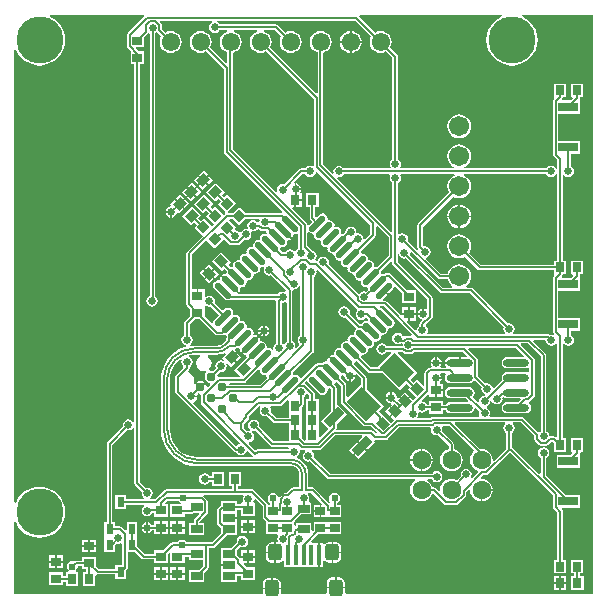
<source format=gtl>
%FSLAX23Y23*%
%MOIN*%
G70*
G01*
G75*
G04 Layer_Physical_Order=1*
G04 Layer_Color=255*
%ADD10C,0.006*%
%ADD11R,0.031X0.035*%
%ADD12R,0.030X0.033*%
G04:AMPARAMS|DCode=13|XSize=71mil|YSize=94mil|CornerRadius=0mil|HoleSize=0mil|Usage=FLASHONLY|Rotation=225.000|XOffset=0mil|YOffset=0mil|HoleType=Round|Shape=Rectangle|*
%AMROTATEDRECTD13*
4,1,4,-0.008,0.058,0.058,-0.008,0.008,-0.058,-0.058,0.008,-0.008,0.058,0.0*
%
%ADD13ROTATEDRECTD13*%

%ADD14O,0.087X0.024*%
%ADD15R,0.039X0.028*%
G04:AMPARAMS|DCode=16|XSize=22mil|YSize=69mil|CornerRadius=0mil|HoleSize=0mil|Usage=FLASHONLY|Rotation=45.000|XOffset=0mil|YOffset=0mil|HoleType=Round|Shape=Round|*
%AMOVALD16*
21,1,0.047,0.022,0.000,0.000,135.0*
1,1,0.022,0.017,-0.017*
1,1,0.022,-0.017,0.017*
%
%ADD16OVALD16*%

G04:AMPARAMS|DCode=17|XSize=22mil|YSize=69mil|CornerRadius=0mil|HoleSize=0mil|Usage=FLASHONLY|Rotation=135.000|XOffset=0mil|YOffset=0mil|HoleType=Round|Shape=Round|*
%AMOVALD17*
21,1,0.047,0.022,0.000,0.000,225.0*
1,1,0.022,0.017,0.017*
1,1,0.022,-0.017,-0.017*
%
%ADD17OVALD17*%

%ADD18R,0.067X0.031*%
G04:AMPARAMS|DCode=19|XSize=31mil|YSize=67mil|CornerRadius=0mil|HoleSize=0mil|Usage=FLASHONLY|Rotation=315.000|XOffset=0mil|YOffset=0mil|HoleType=Round|Shape=Rectangle|*
%AMROTATEDRECTD19*
4,1,4,-0.035,-0.013,0.013,0.035,0.035,0.013,-0.013,-0.035,-0.035,-0.013,0.0*
%
%ADD19ROTATEDRECTD19*%

%ADD20R,0.033X0.030*%
G04:AMPARAMS|DCode=21|XSize=33mil|YSize=30mil|CornerRadius=0mil|HoleSize=0mil|Usage=FLASHONLY|Rotation=45.000|XOffset=0mil|YOffset=0mil|HoleType=Round|Shape=Rectangle|*
%AMROTATEDRECTD21*
4,1,4,-0.001,-0.022,-0.022,-0.001,0.001,0.022,0.022,0.001,-0.001,-0.022,0.0*
%
%ADD21ROTATEDRECTD21*%

%ADD22R,0.024X0.035*%
%ADD23C,0.031*%
%ADD24R,0.016X0.069*%
G04:AMPARAMS|DCode=25|XSize=35mil|YSize=31mil|CornerRadius=0mil|HoleSize=0mil|Usage=FLASHONLY|Rotation=225.000|XOffset=0mil|YOffset=0mil|HoleType=Round|Shape=Rectangle|*
%AMROTATEDRECTD25*
4,1,4,0.001,0.024,0.024,0.001,-0.001,-0.024,-0.024,-0.001,0.001,0.024,0.0*
%
%ADD25ROTATEDRECTD25*%

%ADD26R,0.035X0.031*%
G04:AMPARAMS|DCode=27|XSize=35mil|YSize=31mil|CornerRadius=0mil|HoleSize=0mil|Usage=FLASHONLY|Rotation=135.000|XOffset=0mil|YOffset=0mil|HoleType=Round|Shape=Rectangle|*
%AMROTATEDRECTD27*
4,1,4,0.024,-0.001,0.001,-0.024,-0.024,0.001,-0.001,0.024,0.024,-0.001,0.0*
%
%ADD27ROTATEDRECTD27*%

%ADD28C,0.006*%
%ADD29C,0.067*%
%ADD30C,0.061*%
%ADD31C,0.157*%
%ADD32C,0.024*%
G04:AMPARAMS|DCode=33|XSize=47mil|YSize=55mil|CornerRadius=12mil|HoleSize=0mil|Usage=FLASHONLY|Rotation=180.000|XOffset=0mil|YOffset=0mil|HoleType=Round|Shape=RoundedRectangle|*
%AMROUNDEDRECTD33*
21,1,0.047,0.031,0,0,180.0*
21,1,0.024,0.055,0,0,180.0*
1,1,0.024,-0.012,0.016*
1,1,0.024,0.012,0.016*
1,1,0.024,0.012,-0.016*
1,1,0.024,-0.012,-0.016*
%
%ADD33ROUNDEDRECTD33*%
%ADD34C,0.063*%
%ADD35C,0.025*%
G36*
X1912Y1974D02*
Y1845D01*
X1908Y1842D01*
X1905Y1837D01*
X1899Y1836D01*
X1899Y1836D01*
X1895Y1839D01*
Y1971D01*
X1898Y1973D01*
X1905Y1975D01*
X1907Y1976D01*
X1912Y1974D01*
D02*
G37*
G36*
X2513Y1797D02*
X2511Y1792D01*
X2491D01*
Y1774D01*
X2488D01*
Y1771D01*
X2439D01*
X2440Y1767D01*
X2443Y1762D01*
X2441Y1757D01*
X2426D01*
X2424Y1762D01*
X2427Y1766D01*
X2428Y1771D01*
X2391D01*
X2392Y1766D01*
X2395Y1762D01*
X2392Y1757D01*
X2388D01*
X2385Y1757D01*
X2384Y1757D01*
X2381Y1755D01*
X2373Y1746D01*
X2371Y1743D01*
X2370Y1740D01*
Y1699D01*
X2366Y1697D01*
X2346Y1718D01*
X2335Y1707D01*
X2324Y1717D01*
X2347Y1740D01*
X2282Y1805D01*
X2284Y1810D01*
X2297D01*
X2302Y1805D01*
X2305Y1803D01*
X2308Y1802D01*
X2326D01*
X2329Y1803D01*
X2332Y1805D01*
X2337Y1810D01*
X2500D01*
X2513Y1797D01*
D02*
G37*
G36*
X2287Y2132D02*
X2291Y2125D01*
X2297Y2121D01*
X2304Y2120D01*
X2309Y2121D01*
X2422Y2008D01*
X2425Y2006D01*
X2428Y2006D01*
X2521D01*
X2635Y1892D01*
X2634Y1887D01*
X2635Y1880D01*
X2639Y1874D01*
X2639Y1873D01*
X2638Y1869D01*
X2383D01*
X2380Y1873D01*
X2381Y1874D01*
X2382Y1881D01*
X2381Y1888D01*
X2377Y1894D01*
X2376Y1895D01*
X2375Y1901D01*
X2395Y1921D01*
X2397Y1924D01*
X2398Y1927D01*
Y1989D01*
X2397Y1993D01*
X2395Y1996D01*
X2281Y2110D01*
Y2135D01*
X2286Y2135D01*
X2287Y2132D01*
D02*
G37*
G36*
X1674Y1868D02*
X1677Y1866D01*
X1680Y1865D01*
X1696D01*
X1699Y1866D01*
X1702Y1867D01*
X1705Y1866D01*
X1707Y1867D01*
X1711Y1863D01*
X1711Y1861D01*
X1711Y1858D01*
X1709Y1855D01*
X1709Y1852D01*
Y1850D01*
X1698Y1839D01*
X1698Y1839D01*
X1692Y1834D01*
X1685Y1831D01*
X1677Y1830D01*
Y1830D01*
X1604D01*
Y1830D01*
X1589Y1829D01*
X1588Y1834D01*
X1592Y1837D01*
X1596Y1843D01*
X1598Y1850D01*
X1596Y1858D01*
X1592Y1864D01*
X1588Y1867D01*
Y1901D01*
X1605Y1918D01*
X1623D01*
X1674Y1868D01*
D02*
G37*
G36*
X2703Y1797D02*
X2702Y1792D01*
X2646D01*
X2639Y1791D01*
X2633Y1787D01*
X2629Y1781D01*
X2628Y1774D01*
X2629Y1767D01*
X2633Y1761D01*
X2639Y1757D01*
X2646Y1756D01*
X2709D01*
X2715Y1757D01*
X2716Y1757D01*
X2720Y1755D01*
Y1743D01*
X2716Y1741D01*
X2715Y1741D01*
X2709Y1742D01*
X2646D01*
X2639Y1741D01*
X2633Y1737D01*
X2629Y1731D01*
X2628Y1724D01*
X2629Y1717D01*
X2629Y1717D01*
X2602Y1690D01*
X2597Y1692D01*
X2596Y1694D01*
X2592Y1700D01*
X2586Y1704D01*
X2579Y1706D01*
X2574Y1705D01*
X2550Y1729D01*
Y1782D01*
X2549Y1785D01*
X2549Y1786D01*
X2547Y1789D01*
X2517Y1819D01*
X2519Y1824D01*
X2677D01*
X2703Y1797D01*
D02*
G37*
G36*
X2160Y1720D02*
Y1703D01*
X2115Y1659D01*
X2110Y1661D01*
Y1698D01*
X2110Y1701D01*
X2108Y1704D01*
X2091Y1721D01*
X2092Y1721D01*
X2093Y1728D01*
X2093Y1729D01*
X2096Y1732D01*
X2100Y1732D01*
X2103Y1728D01*
X2103Y1728D01*
X2105Y1721D01*
X2109Y1715D01*
X2115Y1711D01*
X2119Y1710D01*
Y1728D01*
X2122D01*
Y1731D01*
X2140D01*
X2140Y1732D01*
X2145Y1735D01*
X2160Y1720D01*
D02*
G37*
G36*
X1708Y1803D02*
X1696Y1790D01*
X1703Y1783D01*
X1700Y1779D01*
X1700Y1779D01*
X1693Y1781D01*
X1686Y1779D01*
X1679Y1775D01*
X1675Y1769D01*
X1674Y1762D01*
X1675Y1755D01*
X1667Y1747D01*
X1659Y1748D01*
X1655Y1747D01*
X1653Y1752D01*
X1654Y1753D01*
X1660Y1761D01*
X1662Y1771D01*
X1660Y1781D01*
X1654Y1789D01*
X1650Y1792D01*
X1649Y1799D01*
X1649Y1800D01*
X1677D01*
Y1800D01*
X1689Y1801D01*
X1700Y1804D01*
X1705Y1807D01*
X1708Y1803D01*
D02*
G37*
G36*
X2182Y1742D02*
X2185Y1740D01*
X2188Y1739D01*
X2231D01*
X2288Y1682D01*
X2311Y1704D01*
X2322Y1694D01*
X2315Y1687D01*
X2344Y1658D01*
X2334Y1648D01*
X2324Y1658D01*
X2309Y1643D01*
X2307Y1645D01*
X2304Y1643D01*
X2288Y1660D01*
X2283Y1656D01*
X2280Y1657D01*
X2279Y1658D01*
X2277Y1665D01*
X2273Y1671D01*
X2267Y1675D01*
X2263Y1676D01*
Y1657D01*
X2260D01*
Y1654D01*
X2242D01*
X2242Y1650D01*
X2247Y1644D01*
X2253Y1640D01*
X2259Y1639D01*
X2260Y1637D01*
X2262Y1634D01*
X2258Y1630D01*
X2274Y1613D01*
X2272Y1611D01*
X2274Y1609D01*
X2259Y1593D01*
X2269Y1583D01*
X2260Y1573D01*
X2230Y1603D01*
X2229Y1601D01*
X2220Y1609D01*
Y1614D01*
X2236Y1629D01*
X2178Y1687D01*
Y1724D01*
X2177Y1727D01*
X2175Y1730D01*
X2137Y1769D01*
X2137Y1772D01*
X2137Y1774D01*
X2141Y1778D01*
X2142Y1777D01*
X2146Y1778D01*
X2182Y1742D01*
D02*
G37*
G36*
X1957Y2029D02*
Y1865D01*
X1953Y1862D01*
X1949Y1856D01*
X1948Y1848D01*
X1949Y1841D01*
X1953Y1835D01*
X1953Y1833D01*
X1944Y1824D01*
X1940Y1826D01*
X1940Y1829D01*
X1939Y1836D01*
X1935Y1842D01*
X1930Y1845D01*
Y2014D01*
X1933Y2017D01*
X1935Y2019D01*
X1935Y2019D01*
X1942Y2020D01*
X1948Y2024D01*
X1952Y2030D01*
X1953Y2030D01*
X1957Y2029D01*
D02*
G37*
G36*
X1986Y2208D02*
X1991Y2205D01*
X1998Y2203D01*
X2000Y2204D01*
X2003Y2200D01*
X2003Y2198D01*
X2004Y2192D01*
X2008Y2186D01*
X2013Y2182D01*
X2020Y2181D01*
X2022Y2181D01*
X2026Y2178D01*
X2025Y2176D01*
X2026Y2169D01*
X2030Y2164D01*
X2036Y2160D01*
X2042Y2159D01*
X2044Y2159D01*
X2048Y2156D01*
X2047Y2154D01*
X2049Y2147D01*
X2052Y2142D01*
X2058Y2138D01*
X2065Y2136D01*
X2067Y2137D01*
X2070Y2133D01*
X2070Y2131D01*
X2071Y2125D01*
X2075Y2119D01*
X2080Y2116D01*
X2087Y2114D01*
X2089Y2115D01*
X2092Y2111D01*
X2092Y2109D01*
X2093Y2103D01*
X2097Y2097D01*
X2103Y2093D01*
X2109Y2092D01*
X2111Y2092D01*
X2115Y2089D01*
X2114Y2087D01*
X2116Y2080D01*
X2119Y2075D01*
X2125Y2071D01*
X2131Y2070D01*
X2133Y2070D01*
X2137Y2067D01*
X2136Y2065D01*
X2138Y2058D01*
X2142Y2052D01*
X2147Y2049D01*
X2154Y2047D01*
X2156Y2048D01*
X2159Y2044D01*
X2159Y2042D01*
X2160Y2036D01*
X2164Y2030D01*
X2169Y2026D01*
X2176Y2025D01*
X2178Y2026D01*
X2181Y2022D01*
X2181Y2020D01*
X2182Y2017D01*
X2175Y2010D01*
X2170Y2011D01*
X2163Y2010D01*
X2157Y2005D01*
X2156Y2004D01*
X2151Y2004D01*
X2051Y2103D01*
X2052Y2108D01*
X2051Y2115D01*
X2047Y2122D01*
X2041Y2126D01*
X2033Y2127D01*
X2026Y2126D01*
X2020Y2122D01*
X2016Y2115D01*
X2016Y2114D01*
X2011Y2112D01*
X2009Y2113D01*
X2008Y2113D01*
X2007Y2118D01*
X2010Y2123D01*
X2011Y2130D01*
X2010Y2137D01*
X2005Y2143D01*
X1999Y2147D01*
X1995Y2148D01*
X1980Y2163D01*
Y2207D01*
X1985Y2209D01*
X1986Y2208D01*
D02*
G37*
G36*
X2251Y2191D02*
Y2130D01*
X2213Y2092D01*
X2209Y2093D01*
X2207Y2092D01*
X2204Y2096D01*
X2204Y2098D01*
X2203Y2105D01*
X2199Y2110D01*
X2194Y2114D01*
X2187Y2115D01*
X2185Y2115D01*
X2182Y2118D01*
X2182Y2120D01*
X2181Y2127D01*
X2177Y2132D01*
X2171Y2136D01*
X2165Y2137D01*
X2163Y2137D01*
X2159Y2141D01*
X2160Y2142D01*
X2159Y2146D01*
X2205Y2192D01*
X2207Y2195D01*
X2208Y2199D01*
Y2227D01*
X2213Y2229D01*
X2251Y2191D01*
D02*
G37*
G36*
X2415Y2055D02*
X2418Y2053D01*
X2421Y2052D01*
X2448D01*
X2448Y2051D01*
X2452Y2041D01*
X2458Y2033D01*
X2463Y2029D01*
X2462Y2024D01*
X2432D01*
X2322Y2134D01*
X2323Y2139D01*
X2323Y2139D01*
X2327Y2142D01*
X2415Y2055D01*
D02*
G37*
G36*
X1646Y1961D02*
X1654Y1959D01*
X1658Y1960D01*
X1686Y1933D01*
X1671Y1918D01*
X1667Y1912D01*
X1666Y1908D01*
X1661Y1906D01*
X1638Y1929D01*
Y1961D01*
X1642Y1964D01*
X1646Y1961D01*
D02*
G37*
G36*
X2328Y1868D02*
X2326Y1865D01*
X2325Y1863D01*
X2308D01*
X2305Y1863D01*
X2305Y1863D01*
X2304Y1862D01*
X2303Y1862D01*
X2298Y1863D01*
X2297Y1864D01*
X2295Y1868D01*
X2289Y1872D01*
X2281Y1873D01*
X2274Y1872D01*
X2268Y1868D01*
X2264Y1862D01*
X2263Y1854D01*
X2264Y1847D01*
X2268Y1841D01*
X2274Y1837D01*
X2281Y1835D01*
X2289Y1837D01*
X2291Y1838D01*
X2295D01*
X2298Y1834D01*
X2298Y1833D01*
X2298Y1832D01*
X2295Y1828D01*
X2244D01*
X2242Y1832D01*
X2236Y1836D01*
X2228Y1838D01*
X2221Y1836D01*
X2215Y1832D01*
X2211Y1826D01*
X2209Y1819D01*
X2211Y1812D01*
X2215Y1806D01*
X2221Y1801D01*
X2228Y1800D01*
X2236Y1801D01*
X2242Y1806D01*
X2244Y1810D01*
X2259D01*
X2261Y1805D01*
X2214Y1758D01*
X2192D01*
X2159Y1791D01*
X2160Y1795D01*
X2159Y1796D01*
X2163Y1800D01*
X2165Y1800D01*
X2171Y1801D01*
X2177Y1805D01*
X2181Y1810D01*
X2182Y1817D01*
X2182Y1819D01*
X2185Y1822D01*
X2187Y1822D01*
X2194Y1823D01*
X2199Y1827D01*
X2203Y1832D01*
X2204Y1839D01*
X2204Y1841D01*
X2207Y1845D01*
X2209Y1844D01*
X2216Y1845D01*
X2221Y1849D01*
X2225Y1855D01*
X2226Y1861D01*
X2226Y1863D01*
X2230Y1867D01*
X2232Y1866D01*
X2238Y1868D01*
X2244Y1871D01*
X2247Y1877D01*
X2249Y1884D01*
X2248Y1886D01*
X2252Y1889D01*
X2254Y1889D01*
X2260Y1890D01*
X2266Y1894D01*
X2270Y1899D01*
X2271Y1906D01*
X2270Y1912D01*
X2266Y1918D01*
X2233Y1951D01*
X2227Y1955D01*
X2221Y1956D01*
X2221Y1956D01*
X2221Y1958D01*
X2223Y1961D01*
X2234D01*
X2328Y1868D01*
D02*
G37*
G36*
X2263Y2110D02*
Y2106D01*
X2263Y2103D01*
X2265Y2100D01*
X2379Y1986D01*
Y1955D01*
X2375Y1953D01*
X2374Y1953D01*
X2370Y1954D01*
Y1936D01*
X2367D01*
Y1933D01*
X2349D01*
X2350Y1929D01*
X2354Y1923D01*
X2360Y1919D01*
X2361Y1918D01*
X2362Y1914D01*
X2357Y1908D01*
X2355Y1905D01*
X2354Y1902D01*
Y1897D01*
X2350Y1894D01*
X2346Y1888D01*
X2345Y1884D01*
X2339Y1882D01*
X2312Y1910D01*
X2314Y1914D01*
X2316D01*
Y1933D01*
X2295D01*
X2291Y1931D01*
X2245Y1977D01*
X2242Y1979D01*
X2238Y1980D01*
X2233D01*
X2231Y1985D01*
X2233Y1986D01*
X2247Y2000D01*
X2235Y2012D01*
X2239Y2017D01*
X2251Y2004D01*
X2266Y2019D01*
X2270Y2025D01*
X2270Y2026D01*
X2275Y2027D01*
X2295Y2007D01*
Y1971D01*
X2343D01*
Y2015D01*
X2313D01*
X2258Y2069D01*
X2255Y2071D01*
X2252Y2072D01*
X2241D01*
X2238Y2071D01*
X2235Y2070D01*
X2232Y2071D01*
X2230Y2070D01*
X2226Y2074D01*
X2226Y2076D01*
X2226Y2079D01*
X2258Y2111D01*
X2263Y2110D01*
D02*
G37*
G36*
X2145Y1953D02*
X2147Y1948D01*
X2146Y1946D01*
X2143Y1942D01*
X2142Y1935D01*
X2143Y1928D01*
X2147Y1922D01*
X2153Y1917D01*
X2160Y1916D01*
X2168Y1917D01*
X2174Y1922D01*
X2179Y1921D01*
X2181Y1919D01*
X2181Y1917D01*
X2181Y1915D01*
X2178Y1911D01*
X2176Y1912D01*
X2169Y1911D01*
X2164Y1907D01*
X2161Y1903D01*
X2156Y1903D01*
X2121Y1937D01*
X2122Y1942D01*
X2121Y1949D01*
X2117Y1955D01*
X2111Y1959D01*
X2103Y1961D01*
X2096Y1959D01*
X2090Y1955D01*
X2086Y1949D01*
X2084Y1942D01*
X2086Y1935D01*
X2090Y1929D01*
X2096Y1925D01*
X2103Y1923D01*
X2108Y1924D01*
X2142Y1890D01*
X2142Y1885D01*
X2142Y1885D01*
X2138Y1879D01*
X2136Y1872D01*
X2137Y1870D01*
X2133Y1867D01*
X2131Y1867D01*
X2125Y1866D01*
X2119Y1862D01*
X2116Y1857D01*
X2114Y1850D01*
X2115Y1848D01*
X2111Y1845D01*
X2109Y1845D01*
X2103Y1844D01*
X2097Y1840D01*
X2093Y1834D01*
X2092Y1828D01*
X2092Y1826D01*
X2089Y1822D01*
X2087Y1823D01*
X2080Y1821D01*
X2075Y1818D01*
X2071Y1812D01*
X2070Y1806D01*
X2070Y1804D01*
X2067Y1800D01*
X2065Y1801D01*
X2058Y1799D01*
X2055Y1797D01*
X2083Y1769D01*
X2079Y1765D01*
X2051Y1793D01*
X2049Y1790D01*
X2047Y1783D01*
X2048Y1781D01*
X2044Y1778D01*
X2042Y1778D01*
X2036Y1777D01*
X2030Y1773D01*
X2030Y1773D01*
X2016D01*
X2012Y1772D01*
X2009Y1770D01*
X1960Y1721D01*
X1955Y1722D01*
X1955Y1723D01*
X1951Y1729D01*
X1946Y1732D01*
X1939Y1734D01*
X1937Y1733D01*
X1934Y1737D01*
X1934Y1739D01*
X1933Y1742D01*
X1999Y1807D01*
X2001Y1810D01*
X2001Y1814D01*
Y2059D01*
X2005Y2061D01*
X2010Y2068D01*
X2011Y2075D01*
X2010Y2080D01*
X2015Y2083D01*
X2145Y1953D01*
D02*
G37*
G36*
X1819Y1750D02*
X1822Y1749D01*
X1823Y1743D01*
X1827Y1738D01*
X1832Y1734D01*
X1839Y1733D01*
X1841Y1733D01*
X1845Y1730D01*
X1844Y1728D01*
X1845Y1724D01*
X1821Y1700D01*
X1718D01*
X1718Y1701D01*
X1721Y1706D01*
X1769D01*
X1772Y1707D01*
X1775Y1709D01*
X1817Y1751D01*
X1819Y1750D01*
D02*
G37*
G36*
X1982Y1710D02*
X1986Y1704D01*
X2019Y1671D01*
X2025Y1667D01*
X2031Y1666D01*
X2038Y1667D01*
X2043Y1671D01*
X2047Y1677D01*
X2048Y1683D01*
X2048Y1685D01*
X2051Y1689D01*
X2053Y1688D01*
X2056Y1689D01*
X2060Y1685D01*
Y1612D01*
X2026Y1578D01*
X2051Y1552D01*
X2023Y1525D01*
X2019Y1527D01*
Y1553D01*
X2019Y1555D01*
X2019D01*
X2019Y1555D01*
X2018Y1558D01*
X2018Y1558D01*
X2018Y1558D01*
X2018Y1563D01*
Y1598D01*
X2018Y1603D01*
X2018Y1603D01*
X2018Y1603D01*
X2019Y1606D01*
X2019Y1606D01*
X2019D01*
X2019Y1608D01*
Y1654D01*
X2005D01*
Y1668D01*
X2005Y1672D01*
X2003Y1675D01*
X1975Y1703D01*
X1974Y1704D01*
X1974Y1708D01*
X1977Y1711D01*
X1982Y1710D01*
D02*
G37*
G36*
X1821Y1628D02*
X1824Y1623D01*
X1823Y1621D01*
X1821Y1614D01*
X1823Y1607D01*
X1827Y1601D01*
X1833Y1597D01*
X1840Y1595D01*
X1845Y1596D01*
X1867Y1574D01*
X1870Y1572D01*
X1874Y1572D01*
X1919D01*
Y1563D01*
X1919Y1558D01*
X1919Y1558D01*
X1919Y1558D01*
X1918Y1555D01*
X1918Y1555D01*
X1918D01*
X1918Y1553D01*
Y1511D01*
X1868D01*
X1819Y1560D01*
X1820Y1565D01*
X1819Y1572D01*
X1815Y1578D01*
X1808Y1582D01*
X1801Y1584D01*
X1794Y1582D01*
X1788Y1578D01*
X1784Y1572D01*
X1782Y1565D01*
X1784Y1558D01*
X1788Y1552D01*
X1790Y1550D01*
X1788Y1546D01*
X1783Y1546D01*
X1779Y1545D01*
X1769Y1555D01*
Y1570D01*
X1783Y1584D01*
X1785Y1587D01*
X1786Y1591D01*
Y1595D01*
X1818Y1628D01*
X1821Y1628D01*
D02*
G37*
G36*
X2078Y1709D02*
X2092Y1694D01*
Y1642D01*
X2093Y1638D01*
X2095Y1635D01*
X2167Y1563D01*
X2170Y1561D01*
X2173Y1561D01*
X2194D01*
X2211Y1543D01*
X2209Y1538D01*
X2208Y1538D01*
X2200Y1546D01*
X2197Y1548D01*
X2193Y1549D01*
X2080D01*
X2077Y1553D01*
X2077Y1554D01*
X2078Y1557D01*
Y1569D01*
X2112Y1603D01*
X2081Y1634D01*
X2081Y1634D01*
X2081Y1634D01*
X2078Y1637D01*
Y1690D01*
X2077Y1694D01*
X2075Y1697D01*
X2070Y1702D01*
X2071Y1705D01*
X2075Y1709D01*
X2078Y1709D01*
D02*
G37*
G36*
X2774Y1848D02*
X2776Y1841D01*
X2780Y1835D01*
X2786Y1831D01*
X2793Y1830D01*
X2801Y1831D01*
X2807Y1835D01*
X2808Y1837D01*
X2813Y1835D01*
Y1527D01*
X2808Y1525D01*
X2805Y1527D01*
X2801Y1528D01*
X2789D01*
X2786Y1532D01*
X2785Y1535D01*
X2781Y1541D01*
X2777Y1544D01*
Y1799D01*
X2776Y1803D01*
X2774Y1806D01*
X2734Y1846D01*
X2736Y1850D01*
X2773D01*
X2774Y1848D01*
D02*
G37*
G36*
X2639Y1570D02*
X2639Y1569D01*
X2635Y1563D01*
X2634Y1556D01*
X2635Y1549D01*
X2639Y1543D01*
X2643Y1540D01*
Y1487D01*
X2603Y1446D01*
X2601Y1447D01*
X2598Y1449D01*
X2597Y1458D01*
X2593Y1468D01*
X2587Y1475D01*
X2580Y1481D01*
X2570Y1485D01*
X2561Y1486D01*
X2556Y1486D01*
X2472Y1570D01*
X2474Y1575D01*
X2638D01*
X2639Y1570D01*
D02*
G37*
G36*
X2535Y1481D02*
X2534Y1476D01*
X2534Y1475D01*
X2528Y1468D01*
X2524Y1458D01*
X2523Y1449D01*
X2524Y1439D01*
X2528Y1430D01*
X2534Y1422D01*
X2542Y1416D01*
X2548Y1413D01*
X2549Y1407D01*
X2530Y1388D01*
X2526Y1391D01*
X2527Y1393D01*
X2529Y1401D01*
X2527Y1408D01*
X2523Y1414D01*
X2517Y1418D01*
X2510Y1419D01*
X2503Y1418D01*
X2497Y1414D01*
X2492Y1408D01*
X2491Y1401D01*
X2492Y1396D01*
X2478Y1382D01*
X2470Y1385D01*
X2461Y1386D01*
X2451Y1385D01*
X2442Y1381D01*
X2434Y1375D01*
X2428Y1368D01*
X2424Y1358D01*
X2423Y1349D01*
X2420Y1347D01*
X2418Y1346D01*
X2410Y1355D01*
X2407Y1357D01*
X2403Y1358D01*
X2397D01*
X2397Y1358D01*
X2393Y1368D01*
X2387Y1375D01*
X2380Y1381D01*
X2381Y1385D01*
X2382Y1386D01*
X2395D01*
X2398Y1380D01*
X2404Y1376D01*
X2411Y1375D01*
X2419Y1376D01*
X2425Y1380D01*
X2429Y1386D01*
X2430Y1394D01*
X2429Y1401D01*
X2425Y1407D01*
X2419Y1411D01*
X2411Y1413D01*
X2404Y1411D01*
X2398Y1407D01*
X2396Y1404D01*
X2056D01*
X2002Y1458D01*
X2003Y1463D01*
X2002Y1470D01*
X1998Y1476D01*
X1995Y1478D01*
X1996Y1483D01*
X2021D01*
X2024Y1483D01*
X2027Y1485D01*
X2072Y1531D01*
X2161D01*
X2163Y1526D01*
X2150Y1513D01*
X2166Y1498D01*
X2181Y1483D01*
X2207Y1509D01*
X2203Y1512D01*
X2205Y1517D01*
X2207Y1517D01*
X2242D01*
X2246Y1517D01*
X2249Y1519D01*
X2287Y1558D01*
X2389D01*
X2393Y1553D01*
X2393Y1550D01*
X2394Y1543D01*
X2398Y1537D01*
X2404Y1533D01*
X2411Y1531D01*
X2416Y1532D01*
X2451Y1497D01*
Y1485D01*
X2451Y1485D01*
X2442Y1481D01*
X2434Y1475D01*
X2428Y1468D01*
X2424Y1458D01*
X2423Y1449D01*
X2424Y1439D01*
X2428Y1430D01*
X2434Y1422D01*
X2442Y1416D01*
X2451Y1412D01*
X2461Y1411D01*
X2470Y1412D01*
X2480Y1416D01*
X2487Y1422D01*
X2493Y1430D01*
X2497Y1439D01*
X2498Y1449D01*
X2497Y1458D01*
X2493Y1468D01*
X2487Y1475D01*
X2480Y1481D01*
X2470Y1485D01*
X2470Y1485D01*
Y1501D01*
X2469Y1504D01*
X2469Y1504D01*
X2467Y1507D01*
X2429Y1545D01*
X2430Y1550D01*
X2429Y1557D01*
X2428Y1558D01*
X2431Y1563D01*
X2453D01*
X2535Y1481D01*
D02*
G37*
G36*
X1621Y1670D02*
X1625Y1666D01*
X1626Y1664D01*
Y1641D01*
X1627Y1637D01*
X1629Y1634D01*
X1756Y1507D01*
X1754Y1502D01*
X1753Y1502D01*
X1747Y1498D01*
X1746Y1497D01*
X1741Y1497D01*
X1599Y1639D01*
X1601Y1644D01*
X1602Y1644D01*
X1608Y1648D01*
X1612Y1654D01*
X1613Y1658D01*
X1594D01*
Y1664D01*
X1613D01*
X1612Y1667D01*
X1615Y1669D01*
X1616Y1670D01*
X1616Y1671D01*
X1621Y1670D01*
D02*
G37*
G36*
X1561Y1781D02*
X1560Y1776D01*
X1561Y1768D01*
X1565Y1762D01*
X1566Y1762D01*
X1566Y1757D01*
X1543Y1734D01*
X1541Y1731D01*
X1540Y1727D01*
Y1676D01*
X1541Y1672D01*
X1543Y1669D01*
X1735Y1478D01*
X1738Y1476D01*
X1741Y1475D01*
X1744D01*
X1747Y1471D01*
X1753Y1467D01*
X1760Y1465D01*
X1767Y1467D01*
X1773Y1471D01*
X1777Y1477D01*
X1778Y1479D01*
X1782Y1480D01*
X1798Y1464D01*
X1796Y1459D01*
X1614D01*
X1613Y1459D01*
X1596Y1461D01*
X1579Y1466D01*
X1563Y1474D01*
X1549Y1486D01*
X1538Y1499D01*
X1530Y1515D01*
X1525Y1532D01*
X1523Y1550D01*
X1523Y1550D01*
Y1719D01*
X1523Y1719D01*
X1524Y1734D01*
X1529Y1750D01*
X1537Y1764D01*
X1547Y1776D01*
X1557Y1784D01*
X1561Y1781D01*
D02*
G37*
G36*
X2759Y1795D02*
Y1544D01*
X2756Y1542D01*
X2754Y1541D01*
X2749Y1542D01*
X2701Y1590D01*
X2698Y1592D01*
X2695Y1593D01*
X2590D01*
X2587Y1598D01*
X2588Y1599D01*
X2590Y1606D01*
X2588Y1614D01*
X2584Y1620D01*
X2579Y1623D01*
X2578Y1626D01*
X2579Y1629D01*
X2584Y1632D01*
X2588Y1638D01*
X2590Y1645D01*
X2590Y1646D01*
X2591Y1646D01*
X2596Y1644D01*
X2599Y1640D01*
X2605Y1636D01*
X2612Y1635D01*
X2619Y1636D01*
X2626Y1640D01*
X2630Y1646D01*
X2631Y1654D01*
X2630Y1657D01*
X2635Y1660D01*
X2639Y1657D01*
X2646Y1656D01*
X2689D01*
X2691Y1651D01*
X2682Y1642D01*
X2646D01*
X2639Y1641D01*
X2633Y1637D01*
X2629Y1631D01*
X2628Y1624D01*
X2629Y1617D01*
X2633Y1611D01*
X2639Y1607D01*
X2646Y1606D01*
X2709D01*
X2716Y1607D01*
X2722Y1611D01*
X2725Y1617D01*
X2727Y1624D01*
X2725Y1631D01*
X2722Y1637D01*
X2718Y1639D01*
X2719Y1644D01*
X2721Y1645D01*
X2724Y1647D01*
X2736Y1659D01*
X2738Y1662D01*
X2738Y1662D01*
X2739Y1665D01*
Y1784D01*
X2738Y1786D01*
X2738Y1787D01*
X2736Y1790D01*
X2692Y1834D01*
X2694Y1838D01*
X2716D01*
X2759Y1795D01*
D02*
G37*
G36*
X2553Y1611D02*
X2552Y1606D01*
X2553Y1599D01*
X2554Y1598D01*
X2552Y1593D01*
X2398D01*
X2394Y1592D01*
X2391Y1590D01*
X2389Y1588D01*
X2349D01*
X2347Y1593D01*
X2348Y1595D01*
X2350Y1602D01*
X2349Y1606D01*
X2353Y1609D01*
X2356Y1608D01*
X2363Y1606D01*
X2370Y1608D01*
X2377Y1612D01*
X2379Y1616D01*
X2386D01*
Y1603D01*
X2433D01*
Y1616D01*
X2441D01*
X2444Y1611D01*
X2450Y1607D01*
X2457Y1606D01*
X2520D01*
X2527Y1607D01*
X2533Y1611D01*
X2536Y1617D01*
X2537Y1620D01*
X2543Y1622D01*
X2553Y1611D01*
D02*
G37*
G36*
X1604Y1800D02*
X1622D01*
X1623Y1799D01*
X1622Y1792D01*
X1617Y1789D01*
X1612Y1781D01*
X1610Y1771D01*
X1612Y1761D01*
X1617Y1753D01*
X1626Y1747D01*
X1636Y1745D01*
X1642Y1746D01*
X1644Y1742D01*
X1644Y1742D01*
X1639Y1735D01*
X1638Y1726D01*
X1639Y1718D01*
X1644Y1711D01*
X1651Y1706D01*
X1655Y1705D01*
X1656Y1700D01*
X1650Y1694D01*
X1645Y1696D01*
X1644Y1699D01*
X1641Y1704D01*
X1626Y1689D01*
X1624Y1691D01*
X1622Y1689D01*
X1607Y1704D01*
X1606Y1703D01*
X1602Y1706D01*
X1604Y1716D01*
X1602Y1726D01*
X1597Y1734D01*
X1588Y1740D01*
X1583Y1741D01*
X1581Y1746D01*
X1585Y1750D01*
X1587Y1753D01*
X1587Y1754D01*
X1588Y1757D01*
Y1759D01*
X1592Y1762D01*
X1596Y1768D01*
X1598Y1776D01*
X1596Y1783D01*
X1592Y1789D01*
X1587Y1793D01*
X1586Y1795D01*
X1587Y1798D01*
X1588Y1798D01*
X1604Y1800D01*
X1604Y1800D01*
D02*
G37*
G36*
X2442Y1734D02*
X2440Y1731D01*
X2439Y1724D01*
X2440Y1717D01*
X2444Y1711D01*
X2450Y1707D01*
X2457Y1706D01*
X2520D01*
X2527Y1707D01*
X2533Y1711D01*
X2534Y1713D01*
X2539Y1714D01*
X2561Y1692D01*
X2560Y1687D01*
X2561Y1680D01*
X2565Y1674D01*
X2569Y1671D01*
X2571Y1666D01*
X2571Y1665D01*
X2570Y1664D01*
X2564Y1663D01*
X2558Y1659D01*
X2553Y1653D01*
X2552Y1646D01*
X2552Y1645D01*
X2548Y1643D01*
X2532Y1658D01*
X2533Y1661D01*
X2536Y1667D01*
X2538Y1674D01*
X2536Y1681D01*
X2533Y1687D01*
X2527Y1691D01*
X2520Y1692D01*
X2457D01*
X2450Y1691D01*
X2444Y1687D01*
X2440Y1681D01*
X2439Y1674D01*
X2440Y1667D01*
X2444Y1661D01*
X2450Y1657D01*
X2457Y1656D01*
X2509D01*
X2517Y1647D01*
X2515Y1642D01*
X2457D01*
X2450Y1641D01*
X2444Y1637D01*
X2442Y1634D01*
X2433D01*
Y1647D01*
X2386D01*
Y1634D01*
X2379D01*
X2377Y1638D01*
X2370Y1642D01*
X2363Y1644D01*
X2363Y1644D01*
X2361Y1648D01*
X2381Y1669D01*
X2386Y1667D01*
Y1660D01*
X2406D01*
Y1682D01*
X2409D01*
Y1685D01*
X2433D01*
Y1704D01*
X2424D01*
X2422Y1709D01*
X2423Y1709D01*
X2427Y1715D01*
X2428Y1719D01*
X2409D01*
Y1725D01*
X2428D01*
X2427Y1730D01*
X2424Y1734D01*
X2426Y1739D01*
X2439D01*
X2442Y1734D01*
D02*
G37*
G36*
X1404Y1555D02*
Y1372D01*
X1405Y1369D01*
X1407Y1366D01*
X1429Y1343D01*
X1428Y1339D01*
X1429Y1331D01*
X1434Y1325D01*
X1437Y1323D01*
X1435Y1318D01*
X1376D01*
Y1333D01*
X1340D01*
Y1285D01*
X1376D01*
Y1300D01*
X1435D01*
X1437Y1295D01*
X1434Y1293D01*
X1429Y1287D01*
X1428Y1280D01*
X1429Y1272D01*
X1434Y1266D01*
X1440Y1262D01*
X1447Y1261D01*
X1454Y1262D01*
X1460Y1266D01*
X1464Y1271D01*
X1468D01*
Y1259D01*
X1516D01*
Y1302D01*
X1507D01*
X1505Y1307D01*
X1512Y1314D01*
X1552D01*
X1554Y1310D01*
X1558Y1307D01*
X1557Y1302D01*
X1524D01*
Y1259D01*
X1571D01*
Y1270D01*
X1597D01*
X1601Y1271D01*
X1604Y1273D01*
X1604Y1274D01*
X1618D01*
X1620Y1269D01*
X1605Y1254D01*
X1603Y1251D01*
X1602Y1247D01*
Y1238D01*
X1586D01*
Y1199D01*
X1637D01*
Y1238D01*
X1620D01*
Y1243D01*
X1646Y1269D01*
X1648Y1272D01*
X1649Y1276D01*
Y1311D01*
X1648Y1314D01*
X1648Y1314D01*
X1646Y1317D01*
X1634Y1329D01*
X1634Y1329D01*
X1636Y1334D01*
X1766D01*
X1768Y1329D01*
X1766Y1326D01*
X1765Y1319D01*
X1766Y1312D01*
X1767Y1311D01*
X1764Y1306D01*
X1760D01*
Y1302D01*
X1745D01*
Y1313D01*
X1694D01*
Y1301D01*
X1692Y1300D01*
X1682Y1290D01*
X1680Y1287D01*
X1680Y1283D01*
Y1240D01*
X1680Y1237D01*
X1682Y1234D01*
X1694Y1222D01*
Y1206D01*
X1663Y1175D01*
X1578D01*
X1576Y1178D01*
X1570Y1182D01*
X1563Y1184D01*
X1556Y1182D01*
X1550Y1178D01*
X1548Y1175D01*
X1531D01*
X1527Y1174D01*
X1524Y1172D01*
X1501Y1149D01*
X1468D01*
Y1136D01*
X1440D01*
X1413Y1162D01*
Y1191D01*
X1413D01*
X1413Y1195D01*
X1413D01*
Y1242D01*
X1378D01*
Y1216D01*
X1373Y1215D01*
X1363Y1225D01*
X1360Y1227D01*
X1356Y1228D01*
X1339D01*
Y1242D01*
X1330D01*
Y1500D01*
X1379Y1549D01*
X1384Y1548D01*
X1391Y1550D01*
X1397Y1554D01*
X1399Y1557D01*
X1404Y1555D01*
D02*
G37*
G36*
X1858Y1495D02*
X1861Y1493D01*
X1864Y1493D01*
X1917D01*
X1919Y1488D01*
X1918Y1486D01*
X1815D01*
X1811Y1485D01*
X1808Y1483D01*
X1806D01*
X1785Y1504D01*
X1786Y1509D01*
X1791Y1510D01*
X1797Y1514D01*
X1801Y1520D01*
X1802Y1528D01*
X1801Y1535D01*
X1797Y1541D01*
X1795Y1542D01*
X1797Y1547D01*
X1801Y1546D01*
X1806Y1547D01*
X1858Y1495D01*
D02*
G37*
G36*
X1987Y1664D02*
Y1654D01*
X1975D01*
Y1608D01*
X1975Y1606D01*
X1975D01*
X1975Y1606D01*
X1976Y1603D01*
X1976Y1603D01*
X1976Y1603D01*
X1976Y1599D01*
Y1563D01*
X1976Y1558D01*
X1976Y1558D01*
X1976Y1558D01*
X1975Y1555D01*
X1975Y1555D01*
X1975D01*
X1975Y1553D01*
Y1516D01*
X1970Y1514D01*
X1962Y1523D01*
Y1553D01*
X1962Y1555D01*
X1962D01*
X1962Y1555D01*
X1961Y1558D01*
X1961Y1558D01*
X1961Y1558D01*
X1961Y1563D01*
Y1603D01*
X1961Y1603D01*
X1961D01*
X1961Y1603D01*
X1962Y1606D01*
X1962Y1606D01*
X1962Y1608D01*
Y1626D01*
X1965Y1629D01*
X1967Y1632D01*
X1968Y1636D01*
Y1659D01*
X1972Y1662D01*
X1976Y1668D01*
X1976Y1669D01*
X1981Y1670D01*
X1987Y1664D01*
D02*
G37*
G36*
X1918Y1647D02*
Y1608D01*
X1918Y1606D01*
X1918Y1606D01*
X1919Y1603D01*
X1919Y1603D01*
X1919D01*
X1919Y1603D01*
Y1590D01*
X1878D01*
X1858Y1609D01*
X1859Y1614D01*
X1858Y1621D01*
X1856Y1624D01*
X1856Y1625D01*
X1859Y1629D01*
X1890D01*
X1893Y1629D01*
X1896Y1631D01*
X1914Y1649D01*
X1918Y1647D01*
D02*
G37*
G36*
X2471Y2397D02*
X2466Y2395D01*
X2458Y2389D01*
X2452Y2381D01*
X2448Y2371D01*
X2446Y2361D01*
X2448Y2351D01*
X2452Y2341D01*
X2452Y2340D01*
X2350Y2238D01*
X2348Y2235D01*
X2347Y2231D01*
Y2159D01*
X2348Y2156D01*
X2350Y2153D01*
X2351Y2151D01*
X2351Y2151D01*
X2346Y2149D01*
X2315Y2180D01*
X2316Y2186D01*
X2315Y2193D01*
X2311Y2199D01*
X2304Y2203D01*
X2297Y2205D01*
X2290Y2203D01*
X2286Y2201D01*
X2281Y2203D01*
Y2372D01*
X2287Y2376D01*
X2291Y2383D01*
X2292Y2390D01*
X2291Y2397D01*
X2290Y2398D01*
X2293Y2402D01*
X2470D01*
X2471Y2397D01*
D02*
G37*
G36*
X1664Y2909D02*
X1658Y2905D01*
X1654Y2899D01*
X1652Y2892D01*
X1654Y2885D01*
X1658Y2878D01*
X1664Y2874D01*
X1671Y2873D01*
X1678Y2874D01*
X1685Y2878D01*
X1687Y2883D01*
X1713D01*
X1714Y2878D01*
X1707Y2874D01*
X1699Y2869D01*
X1693Y2861D01*
X1690Y2852D01*
X1688Y2843D01*
X1690Y2833D01*
X1693Y2824D01*
X1699Y2817D01*
X1707Y2811D01*
X1714Y2808D01*
Y2773D01*
X1710Y2771D01*
X1657Y2824D01*
X1657Y2824D01*
X1660Y2833D01*
X1662Y2843D01*
X1660Y2852D01*
X1657Y2861D01*
X1651Y2869D01*
X1643Y2874D01*
X1634Y2878D01*
X1625Y2879D01*
X1616Y2878D01*
X1607Y2874D01*
X1599Y2869D01*
X1593Y2861D01*
X1590Y2852D01*
X1588Y2843D01*
X1590Y2833D01*
X1593Y2824D01*
X1599Y2817D01*
X1607Y2811D01*
X1616Y2807D01*
X1625Y2806D01*
X1634Y2807D01*
X1643Y2811D01*
X1644Y2811D01*
X1702Y2752D01*
Y2476D01*
X1703Y2473D01*
X1705Y2470D01*
X1897Y2278D01*
X1897Y2276D01*
X1895Y2273D01*
X1775D01*
X1754Y2294D01*
X1732Y2272D01*
X1717D01*
X1715Y2277D01*
X1743Y2305D01*
X1713Y2334D01*
X1704Y2325D01*
X1696Y2333D01*
X1706Y2343D01*
X1675Y2374D01*
X1642Y2341D01*
X1672Y2310D01*
X1683Y2320D01*
X1691Y2312D01*
X1681Y2302D01*
X1707Y2276D01*
X1707Y2276D01*
X1706Y2270D01*
X1706Y2270D01*
X1702Y2267D01*
X1674Y2295D01*
X1665Y2285D01*
X1656Y2294D01*
X1667Y2304D01*
X1636Y2335D01*
X1602Y2301D01*
X1633Y2271D01*
X1643Y2281D01*
X1652Y2272D01*
X1642Y2263D01*
X1670Y2235D01*
X1663Y2227D01*
X1635Y2256D01*
X1625Y2246D01*
X1617Y2254D01*
X1627Y2265D01*
X1596Y2295D01*
X1563Y2262D01*
X1594Y2231D01*
X1604Y2241D01*
X1612Y2233D01*
X1603Y2224D01*
X1631Y2195D01*
X1580Y2144D01*
X1578Y2141D01*
X1577Y2138D01*
Y1968D01*
X1578Y1964D01*
X1580Y1961D01*
X1590Y1951D01*
Y1929D01*
X1572Y1911D01*
X1570Y1908D01*
X1570Y1905D01*
Y1867D01*
X1565Y1864D01*
X1561Y1858D01*
X1560Y1850D01*
X1561Y1843D01*
X1565Y1837D01*
X1572Y1833D01*
X1577Y1832D01*
X1577Y1827D01*
X1570Y1825D01*
X1554Y1818D01*
X1539Y1809D01*
X1525Y1798D01*
X1514Y1784D01*
X1505Y1769D01*
X1498Y1753D01*
X1494Y1736D01*
X1492Y1719D01*
X1493D01*
Y1550D01*
X1492D01*
X1494Y1531D01*
X1498Y1512D01*
X1506Y1495D01*
X1516Y1479D01*
X1528Y1464D01*
X1542Y1452D01*
X1559Y1442D01*
X1576Y1434D01*
X1595Y1430D01*
X1614Y1429D01*
Y1429D01*
X1926D01*
Y1429D01*
X1933Y1428D01*
X1940Y1425D01*
X1945Y1421D01*
X1950Y1415D01*
X1952Y1409D01*
X1953Y1402D01*
X1953D01*
Y1358D01*
X1933D01*
X1930Y1357D01*
X1927Y1355D01*
X1911Y1340D01*
X1904D01*
X1901Y1339D01*
X1898Y1337D01*
X1888Y1327D01*
X1886Y1327D01*
X1882Y1329D01*
X1879Y1334D01*
X1873Y1338D01*
X1866Y1339D01*
X1859Y1338D01*
X1853Y1334D01*
X1849Y1328D01*
X1848Y1321D01*
X1849Y1314D01*
X1853Y1308D01*
X1857Y1306D01*
Y1299D01*
X1849D01*
X1849Y1300D01*
X1849Y1302D01*
X1847Y1305D01*
X1802Y1350D01*
X1799Y1352D01*
X1795Y1353D01*
X1748D01*
Y1363D01*
X1760D01*
Y1409D01*
X1718D01*
Y1363D01*
X1730D01*
Y1353D01*
X1512D01*
X1508Y1352D01*
X1505Y1350D01*
X1473Y1318D01*
X1459D01*
X1457Y1323D01*
X1460Y1325D01*
X1464Y1331D01*
X1466Y1339D01*
X1464Y1346D01*
X1460Y1352D01*
X1454Y1356D01*
X1447Y1357D01*
X1442Y1356D01*
X1423Y1376D01*
Y2770D01*
X1436D01*
Y2811D01*
X1418D01*
X1408Y2822D01*
X1409Y2827D01*
X1436D01*
Y2857D01*
X1450Y2871D01*
X1450Y2872D01*
X1455Y2870D01*
Y1996D01*
X1455Y1996D01*
X1449Y1992D01*
X1445Y1986D01*
X1444Y1978D01*
X1445Y1971D01*
X1449Y1965D01*
X1455Y1961D01*
X1463Y1959D01*
X1470Y1961D01*
X1476Y1965D01*
X1480Y1971D01*
X1481Y1978D01*
X1480Y1986D01*
X1476Y1992D01*
X1474Y1993D01*
Y2874D01*
X1478Y2876D01*
X1481Y2873D01*
X1493Y2861D01*
X1493Y2861D01*
X1490Y2852D01*
X1488Y2843D01*
X1490Y2833D01*
X1493Y2824D01*
X1499Y2817D01*
X1507Y2811D01*
X1516Y2807D01*
X1525Y2806D01*
X1534Y2807D01*
X1543Y2811D01*
X1551Y2817D01*
X1557Y2824D01*
X1560Y2833D01*
X1562Y2843D01*
X1560Y2852D01*
X1557Y2861D01*
X1551Y2869D01*
X1543Y2874D01*
X1534Y2878D01*
X1525Y2879D01*
X1516Y2878D01*
X1507Y2874D01*
X1506Y2874D01*
X1495Y2885D01*
Y2899D01*
X1495Y2902D01*
X1493Y2905D01*
X1488Y2909D01*
X1490Y2914D01*
X1663D01*
X1664Y2909D01*
D02*
G37*
G36*
X2933Y1004D02*
X2108D01*
X2105Y1008D01*
X2105Y1008D01*
Y1021D01*
X2045D01*
Y1008D01*
X2045Y1008D01*
X2042Y1004D01*
X1893D01*
X1892Y1006D01*
Y1018D01*
X1832D01*
Y1006D01*
X1831Y1004D01*
X1004D01*
Y1241D01*
X1009Y1242D01*
X1017Y1227D01*
X1027Y1214D01*
X1040Y1204D01*
X1055Y1196D01*
X1071Y1191D01*
X1088Y1189D01*
X1104Y1191D01*
X1120Y1196D01*
X1135Y1204D01*
X1148Y1214D01*
X1158Y1227D01*
X1166Y1242D01*
X1171Y1258D01*
X1173Y1275D01*
X1171Y1291D01*
X1166Y1307D01*
X1158Y1322D01*
X1148Y1335D01*
X1135Y1345D01*
X1120Y1353D01*
X1104Y1358D01*
X1088Y1360D01*
X1071Y1358D01*
X1055Y1353D01*
X1040Y1345D01*
X1027Y1335D01*
X1017Y1322D01*
X1009Y1307D01*
X1004Y1308D01*
Y2816D01*
X1009Y2817D01*
X1017Y2802D01*
X1027Y2789D01*
X1040Y2779D01*
X1055Y2771D01*
X1071Y2766D01*
X1088Y2764D01*
X1104Y2766D01*
X1120Y2771D01*
X1135Y2779D01*
X1148Y2789D01*
X1158Y2802D01*
X1166Y2817D01*
X1171Y2833D01*
X1173Y2849D01*
X1171Y2866D01*
X1166Y2882D01*
X1158Y2897D01*
X1148Y2910D01*
X1135Y2920D01*
X1120Y2928D01*
X1121Y2933D01*
X1435D01*
X1437Y2928D01*
X1381Y2872D01*
X1379Y2869D01*
X1378Y2866D01*
Y2829D01*
X1379Y2825D01*
X1381Y2822D01*
X1388Y2815D01*
X1391Y2811D01*
X1391D01*
X1391Y2811D01*
Y2770D01*
X1404D01*
Y1579D01*
X1399Y1577D01*
X1397Y1580D01*
X1391Y1584D01*
X1384Y1586D01*
X1377Y1584D01*
X1371Y1580D01*
X1366Y1574D01*
X1365Y1567D01*
X1366Y1562D01*
X1314Y1510D01*
X1312Y1507D01*
X1312Y1504D01*
Y1242D01*
X1303D01*
Y1196D01*
X1303Y1195D01*
X1303D01*
Y1195D01*
X1303Y1195D01*
X1303Y1195D01*
Y1191D01*
Y1191D01*
X1303Y1190D01*
Y1190D01*
X1303D01*
Y1144D01*
X1339D01*
Y1164D01*
X1345Y1171D01*
X1350Y1170D01*
X1358Y1172D01*
X1358Y1172D01*
X1363Y1170D01*
Y1100D01*
X1340D01*
Y1086D01*
X1284D01*
X1275Y1096D01*
Y1126D01*
X1229D01*
Y1114D01*
X1208D01*
X1204Y1114D01*
X1201Y1112D01*
X1201Y1112D01*
X1197Y1113D01*
X1190Y1111D01*
X1184Y1107D01*
X1180Y1101D01*
X1179Y1094D01*
X1180Y1088D01*
X1184Y1082D01*
X1185Y1081D01*
X1184Y1076D01*
X1175D01*
Y1062D01*
X1165D01*
Y1075D01*
X1118D01*
Y1031D01*
X1165D01*
Y1044D01*
X1175D01*
Y1030D01*
X1217D01*
Y1076D01*
X1210D01*
X1209Y1081D01*
X1210Y1082D01*
X1214Y1088D01*
X1215Y1094D01*
X1216Y1096D01*
X1229D01*
Y1085D01*
X1244D01*
Y1076D01*
X1232D01*
Y1030D01*
X1274D01*
Y1064D01*
X1275Y1065D01*
X1279Y1068D01*
X1281Y1068D01*
X1340D01*
Y1053D01*
X1376D01*
Y1082D01*
X1378Y1084D01*
X1380Y1087D01*
X1381Y1090D01*
Y1144D01*
X1406D01*
X1430Y1120D01*
X1433Y1118D01*
X1436Y1118D01*
X1468D01*
Y1105D01*
X1516D01*
Y1137D01*
X1519Y1140D01*
X1524Y1138D01*
Y1105D01*
X1571D01*
Y1127D01*
X1586D01*
Y1116D01*
X1633D01*
Y1095D01*
X1618Y1081D01*
X1586D01*
Y1041D01*
X1637D01*
Y1074D01*
X1648Y1085D01*
X1650Y1088D01*
X1651Y1092D01*
Y1156D01*
X1666D01*
X1670Y1157D01*
X1673Y1159D01*
X1713Y1199D01*
X1745D01*
Y1236D01*
Y1253D01*
X1719D01*
Y1259D01*
X1745D01*
Y1274D01*
Y1284D01*
X1760D01*
Y1263D01*
X1807D01*
Y1306D01*
X1803D01*
X1800Y1311D01*
X1801Y1312D01*
X1802Y1317D01*
X1807Y1319D01*
X1831Y1295D01*
Y1260D01*
X1832Y1257D01*
X1834Y1254D01*
X1841Y1246D01*
X1843Y1242D01*
X1843D01*
X1843Y1242D01*
Y1201D01*
X1879D01*
X1882Y1196D01*
X1881Y1194D01*
X1880Y1187D01*
X1881Y1180D01*
X1882Y1179D01*
X1879Y1175D01*
X1876D01*
Y1141D01*
Y1107D01*
X1885D01*
X1892Y1108D01*
X1898Y1112D01*
X1898Y1113D01*
X1903Y1112D01*
Y1092D01*
X2017D01*
Y1133D01*
Y1173D01*
X1995D01*
X1993Y1178D01*
X2016Y1201D01*
X2046D01*
Y1201D01*
X2048D01*
Y1201D01*
X2094D01*
Y1242D01*
X2048D01*
Y1242D01*
X2046D01*
Y1242D01*
X2001D01*
Y1214D01*
X1999Y1213D01*
X1994Y1215D01*
Y1240D01*
X1943D01*
Y1230D01*
X1941Y1229D01*
X1936Y1231D01*
Y1242D01*
X1936Y1242D01*
X1936D01*
X1938Y1246D01*
X1960Y1268D01*
X1994D01*
Y1307D01*
X1988D01*
X1985Y1312D01*
X1986Y1314D01*
X1987Y1321D01*
X1986Y1328D01*
X1982Y1334D01*
X1982Y1334D01*
X1983Y1339D01*
X1994D01*
X2029Y1304D01*
X2028Y1299D01*
X2027D01*
Y1279D01*
Y1258D01*
X2046D01*
X2046Y1258D01*
X2046D01*
X2048D01*
Y1258D01*
X2051Y1258D01*
X2094D01*
Y1299D01*
X2080D01*
Y1306D01*
X2084Y1308D01*
X2088Y1314D01*
X2089Y1321D01*
X2088Y1328D01*
X2084Y1334D01*
X2078Y1338D01*
X2071Y1339D01*
X2064Y1338D01*
X2058Y1334D01*
X2054Y1328D01*
X2053Y1321D01*
X2054Y1314D01*
X2057Y1309D01*
X2053Y1306D01*
X2004Y1355D01*
X2001Y1357D01*
X1998Y1358D01*
X1984D01*
Y1402D01*
X1984D01*
X1982Y1417D01*
X1976Y1431D01*
X1967Y1443D01*
X1955Y1452D01*
X1947Y1455D01*
X1947Y1461D01*
X1950Y1463D01*
X1954Y1469D01*
X1956Y1476D01*
X1955Y1480D01*
X1957Y1482D01*
X1960Y1483D01*
X1963Y1483D01*
X1972D01*
X1974Y1478D01*
X1971Y1476D01*
X1967Y1470D01*
X1965Y1463D01*
X1967Y1455D01*
X1971Y1449D01*
X1977Y1445D01*
X1984Y1444D01*
X1989Y1445D01*
X2046Y1388D01*
X2049Y1386D01*
X2052Y1386D01*
X2339D01*
X2340Y1385D01*
X2341Y1381D01*
X2334Y1375D01*
X2328Y1368D01*
X2324Y1358D01*
X2323Y1349D01*
X2324Y1339D01*
X2328Y1330D01*
X2334Y1322D01*
X2342Y1316D01*
X2351Y1312D01*
X2361Y1311D01*
X2370Y1312D01*
X2380Y1316D01*
X2387Y1322D01*
X2393Y1330D01*
X2396Y1336D01*
X2402Y1337D01*
X2437Y1302D01*
X2440Y1300D01*
X2441Y1300D01*
X2444Y1299D01*
X2477D01*
X2481Y1300D01*
X2484Y1302D01*
X2508Y1325D01*
X2510Y1328D01*
X2510Y1332D01*
Y1343D01*
X2518Y1351D01*
X2520Y1350D01*
X2523Y1348D01*
X2524Y1339D01*
X2528Y1330D01*
X2534Y1322D01*
X2542Y1316D01*
X2551Y1312D01*
X2558Y1311D01*
Y1349D01*
X2561D01*
Y1352D01*
X2598D01*
X2597Y1358D01*
X2593Y1368D01*
X2587Y1375D01*
X2580Y1381D01*
X2570Y1385D01*
X2561Y1386D01*
X2559Y1389D01*
X2558Y1391D01*
X2567Y1399D01*
X2577D01*
X2581Y1400D01*
X2584Y1402D01*
X2653Y1471D01*
X2660D01*
X2799Y1332D01*
Y1292D01*
X2799Y1288D01*
X2801Y1285D01*
X2813Y1273D01*
Y1116D01*
X2802D01*
Y1071D01*
X2843D01*
Y1116D01*
X2832D01*
Y1277D01*
X2831Y1281D01*
X2829Y1284D01*
X2828Y1285D01*
X2830Y1289D01*
X2890D01*
Y1333D01*
X2842D01*
X2777Y1398D01*
Y1456D01*
X2781Y1459D01*
X2785Y1465D01*
X2787Y1472D01*
X2785Y1480D01*
X2781Y1486D01*
X2775Y1490D01*
X2768Y1491D01*
X2760Y1490D01*
X2754Y1486D01*
X2750Y1480D01*
X2749Y1472D01*
X2750Y1465D01*
X2754Y1459D01*
X2759Y1456D01*
Y1405D01*
X2754Y1403D01*
X2667Y1490D01*
X2664Y1492D01*
X2662Y1492D01*
Y1540D01*
X2666Y1543D01*
X2670Y1549D01*
X2671Y1556D01*
X2670Y1563D01*
X2666Y1569D01*
X2666Y1570D01*
X2667Y1575D01*
X2691D01*
X2737Y1528D01*
Y1519D01*
X2738Y1515D01*
X2740Y1512D01*
X2752Y1500D01*
X2755Y1498D01*
X2759Y1497D01*
X2777D01*
X2780Y1498D01*
X2783Y1500D01*
X2793Y1509D01*
X2797D01*
X2801Y1506D01*
Y1475D01*
X2843D01*
Y1521D01*
X2831D01*
Y1835D01*
X2836Y1837D01*
X2837Y1835D01*
X2843Y1831D01*
X2850Y1830D01*
X2858Y1831D01*
X2864Y1835D01*
X2868Y1841D01*
X2869Y1848D01*
X2868Y1856D01*
X2864Y1862D01*
X2860Y1865D01*
Y1880D01*
X2890D01*
Y1923D01*
X2817D01*
Y2014D01*
X2890D01*
Y2057D01*
X2890Y2057D01*
X2888Y2062D01*
X2888Y2064D01*
Y2068D01*
X2900D01*
Y2113D01*
X2858D01*
Y2068D01*
X2863D01*
X2865Y2063D01*
X2859Y2057D01*
X2830D01*
X2828Y2062D01*
X2828Y2062D01*
X2830Y2065D01*
X2831Y2068D01*
X2843D01*
Y2113D01*
X2831D01*
Y2398D01*
X2836Y2400D01*
X2837Y2398D01*
X2843Y2394D01*
X2850Y2393D01*
X2858Y2394D01*
X2864Y2398D01*
X2868Y2404D01*
X2869Y2411D01*
X2868Y2419D01*
X2864Y2425D01*
X2860Y2428D01*
Y2470D01*
X2890D01*
Y2514D01*
X2817D01*
Y2604D01*
X2890D01*
Y2648D01*
X2890Y2648D01*
X2888Y2653D01*
X2888Y2655D01*
Y2658D01*
X2900D01*
Y2704D01*
X2858D01*
Y2658D01*
X2863D01*
X2865Y2653D01*
X2859Y2648D01*
X2830D01*
X2828Y2652D01*
X2828Y2653D01*
X2830Y2656D01*
X2831Y2658D01*
X2843D01*
Y2704D01*
X2801D01*
Y2658D01*
X2801D01*
X2803Y2654D01*
X2801Y2652D01*
X2799Y2649D01*
X2799Y2645D01*
Y2467D01*
X2799Y2464D01*
X2801Y2461D01*
X2813Y2450D01*
Y2422D01*
X2808Y2420D01*
X2805Y2425D01*
X2799Y2429D01*
X2791Y2430D01*
X2784Y2429D01*
X2778Y2425D01*
X2775Y2421D01*
X2505D01*
X2504Y2426D01*
X2506Y2427D01*
X2514Y2433D01*
X2521Y2441D01*
X2525Y2451D01*
X2526Y2461D01*
X2525Y2471D01*
X2521Y2481D01*
X2514Y2489D01*
X2506Y2495D01*
X2497Y2499D01*
X2486Y2501D01*
X2476Y2499D01*
X2466Y2495D01*
X2458Y2489D01*
X2452Y2481D01*
X2448Y2471D01*
X2446Y2461D01*
X2448Y2451D01*
X2452Y2441D01*
X2458Y2433D01*
X2466Y2427D01*
X2469Y2426D01*
X2468Y2421D01*
X2292D01*
X2290Y2426D01*
X2291Y2428D01*
X2292Y2435D01*
X2291Y2442D01*
X2287Y2448D01*
X2283Y2451D01*
Y2794D01*
X2282Y2798D01*
X2280Y2801D01*
X2257Y2824D01*
X2257Y2824D01*
X2260Y2833D01*
X2262Y2843D01*
X2260Y2852D01*
X2257Y2861D01*
X2251Y2869D01*
X2243Y2874D01*
X2234Y2878D01*
X2225Y2879D01*
X2216Y2878D01*
X2207Y2874D01*
X2206Y2874D01*
X2153Y2928D01*
X2155Y2933D01*
X2629D01*
X2630Y2928D01*
X2615Y2920D01*
X2602Y2910D01*
X2592Y2897D01*
X2584Y2882D01*
X2579Y2866D01*
X2577Y2849D01*
X2579Y2833D01*
X2584Y2817D01*
X2592Y2802D01*
X2602Y2789D01*
X2615Y2779D01*
X2630Y2771D01*
X2646Y2766D01*
X2662Y2764D01*
X2679Y2766D01*
X2695Y2771D01*
X2710Y2779D01*
X2723Y2789D01*
X2733Y2802D01*
X2741Y2817D01*
X2746Y2833D01*
X2748Y2849D01*
X2746Y2866D01*
X2741Y2882D01*
X2733Y2897D01*
X2723Y2910D01*
X2710Y2920D01*
X2695Y2928D01*
X2696Y2933D01*
X2933D01*
Y1004D01*
D02*
G37*
G36*
X1822Y2250D02*
X1821Y2249D01*
X1821Y2249D01*
X1820Y2244D01*
X1819Y2243D01*
X1813Y2243D01*
X1813Y2244D01*
X1806Y2248D01*
X1799Y2249D01*
X1792Y2248D01*
X1786Y2244D01*
X1782Y2238D01*
X1780Y2230D01*
X1782Y2224D01*
X1781Y2222D01*
X1778Y2219D01*
X1776Y2220D01*
X1768Y2218D01*
X1762Y2214D01*
X1760Y2210D01*
X1754Y2210D01*
X1753Y2210D01*
X1747Y2214D01*
X1741Y2216D01*
X1740Y2218D01*
X1739Y2221D01*
X1744Y2225D01*
X1720Y2249D01*
X1722Y2254D01*
X1729D01*
X1751Y2233D01*
X1773Y2254D01*
X1819D01*
X1822Y2250D01*
D02*
G37*
G36*
X2193Y2861D02*
X2193Y2861D01*
X2190Y2852D01*
X2188Y2843D01*
X2190Y2833D01*
X2193Y2824D01*
X2199Y2817D01*
X2207Y2811D01*
X2216Y2807D01*
X2225Y2806D01*
X2234Y2807D01*
X2243Y2811D01*
X2244Y2811D01*
X2264Y2790D01*
Y2451D01*
X2260Y2448D01*
X2256Y2442D01*
X2255Y2435D01*
X2256Y2428D01*
X2258Y2426D01*
X2255Y2421D01*
X2102D01*
X2100Y2424D01*
X2093Y2428D01*
X2086Y2430D01*
X2079Y2428D01*
X2073Y2424D01*
X2069Y2418D01*
X2067Y2411D01*
X2068Y2407D01*
X2064Y2404D01*
X2033Y2435D01*
Y2807D01*
X2034Y2807D01*
X2043Y2811D01*
X2051Y2817D01*
X2057Y2824D01*
X2060Y2833D01*
X2062Y2843D01*
X2060Y2852D01*
X2057Y2861D01*
X2051Y2869D01*
X2043Y2874D01*
X2034Y2878D01*
X2025Y2879D01*
X2016Y2878D01*
X2007Y2874D01*
X1999Y2869D01*
X1993Y2861D01*
X1990Y2852D01*
X1988Y2843D01*
X1990Y2833D01*
X1993Y2824D01*
X1999Y2817D01*
X2007Y2811D01*
X2015Y2808D01*
Y2673D01*
X2010Y2671D01*
X1857Y2824D01*
X1857Y2824D01*
X1860Y2833D01*
X1862Y2843D01*
X1860Y2852D01*
X1857Y2861D01*
X1851Y2869D01*
X1843Y2874D01*
X1836Y2878D01*
X1837Y2883D01*
X1872D01*
X1893Y2861D01*
X1893Y2861D01*
X1890Y2852D01*
X1888Y2843D01*
X1890Y2833D01*
X1893Y2824D01*
X1899Y2817D01*
X1907Y2811D01*
X1916Y2807D01*
X1925Y2806D01*
X1934Y2807D01*
X1943Y2811D01*
X1951Y2817D01*
X1957Y2824D01*
X1960Y2833D01*
X1962Y2843D01*
X1960Y2852D01*
X1957Y2861D01*
X1951Y2869D01*
X1943Y2874D01*
X1934Y2878D01*
X1925Y2879D01*
X1916Y2878D01*
X1907Y2874D01*
X1906Y2874D01*
X1882Y2898D01*
X1879Y2900D01*
X1876Y2901D01*
X1687D01*
X1685Y2905D01*
X1678Y2909D01*
X1679Y2914D01*
X2141D01*
X2193Y2861D01*
D02*
G37*
G36*
X2190Y2234D02*
Y2203D01*
X2172Y2185D01*
X2169Y2186D01*
X2167Y2187D01*
X2166Y2194D01*
X2162Y2200D01*
X2156Y2204D01*
X2149Y2206D01*
X2146Y2205D01*
X2144Y2208D01*
X2143Y2215D01*
X2138Y2221D01*
X2132Y2225D01*
X2125Y2227D01*
X2118Y2225D01*
X2112Y2221D01*
X2108Y2215D01*
X2106Y2208D01*
X2101Y2204D01*
X2098Y2204D01*
X2096Y2204D01*
X2092Y2207D01*
X2093Y2209D01*
X2092Y2216D01*
X2088Y2221D01*
X2082Y2225D01*
X2076Y2226D01*
X2074Y2226D01*
X2070Y2230D01*
X2071Y2232D01*
X2069Y2238D01*
X2066Y2244D01*
X2060Y2247D01*
X2053Y2249D01*
X2051Y2248D01*
X2048Y2252D01*
X2048Y2254D01*
X2047Y2260D01*
X2043Y2266D01*
X2038Y2270D01*
X2031Y2271D01*
X2025Y2270D01*
X2019Y2266D01*
X2011Y2258D01*
X2006Y2260D01*
Y2292D01*
X2018D01*
Y2338D01*
X1976D01*
Y2292D01*
X1988D01*
Y2255D01*
X1989Y2251D01*
X1991Y2248D01*
X1996Y2243D01*
X1986Y2233D01*
X1985Y2232D01*
X1980Y2234D01*
Y2234D01*
X1980Y2237D01*
X1978Y2240D01*
X1930Y2288D01*
X1932Y2292D01*
X1937D01*
Y2315D01*
X1940D01*
Y2318D01*
X1961D01*
Y2338D01*
X1959D01*
X1957Y2343D01*
X1958Y2345D01*
X1959Y2349D01*
X1941D01*
Y2352D01*
X1938D01*
Y2371D01*
X1938Y2371D01*
X1935Y2375D01*
X1962Y2402D01*
X1974D01*
X1977Y2398D01*
X1983Y2394D01*
X1990Y2393D01*
X1997Y2394D01*
X2003Y2398D01*
X2008Y2404D01*
X2008Y2409D01*
X2014Y2410D01*
X2190Y2234D01*
D02*
G37*
G36*
X2257Y2398D02*
X2256Y2397D01*
X2255Y2390D01*
X2256Y2383D01*
X2260Y2376D01*
X2263Y2375D01*
Y2212D01*
X2258Y2210D01*
X2079Y2388D01*
X2082Y2393D01*
X2086Y2392D01*
X2093Y2394D01*
X2100Y2398D01*
X2103Y2402D01*
X2254D01*
X2257Y2398D01*
D02*
G37*
G36*
X1814Y2878D02*
X1807Y2874D01*
X1799Y2869D01*
X1793Y2861D01*
X1790Y2852D01*
X1788Y2843D01*
X1790Y2833D01*
X1793Y2824D01*
X1799Y2817D01*
X1807Y2811D01*
X1816Y2807D01*
X1825Y2806D01*
X1834Y2807D01*
X1843Y2811D01*
X1844Y2811D01*
X2003Y2652D01*
Y2431D01*
X1998Y2428D01*
X1997Y2429D01*
X1990Y2430D01*
X1983Y2429D01*
X1977Y2425D01*
X1974Y2421D01*
X1959D01*
X1955Y2420D01*
X1952Y2418D01*
X1903Y2368D01*
X1898Y2369D01*
X1890Y2368D01*
X1884Y2364D01*
X1880Y2358D01*
X1879Y2350D01*
X1880Y2345D01*
X1875Y2342D01*
X1733Y2485D01*
Y2807D01*
X1734Y2807D01*
X1743Y2811D01*
X1751Y2817D01*
X1757Y2824D01*
X1760Y2833D01*
X1762Y2843D01*
X1760Y2852D01*
X1757Y2861D01*
X1751Y2869D01*
X1743Y2874D01*
X1736Y2878D01*
X1737Y2883D01*
X1813D01*
X1814Y2878D01*
D02*
G37*
G36*
X2813Y2401D02*
Y2113D01*
X2801D01*
Y2100D01*
X2560D01*
X2520Y2140D01*
X2521Y2141D01*
X2525Y2151D01*
X2526Y2161D01*
X2525Y2171D01*
X2521Y2181D01*
X2514Y2189D01*
X2506Y2195D01*
X2497Y2199D01*
X2486Y2201D01*
X2476Y2199D01*
X2466Y2195D01*
X2458Y2189D01*
X2452Y2181D01*
X2448Y2171D01*
X2446Y2161D01*
X2448Y2151D01*
X2452Y2141D01*
X2458Y2133D01*
X2466Y2127D01*
X2476Y2123D01*
X2486Y2121D01*
X2497Y2123D01*
X2506Y2127D01*
X2507Y2127D01*
X2550Y2084D01*
X2553Y2082D01*
X2557Y2081D01*
X2801D01*
Y2068D01*
X2801D01*
X2803Y2063D01*
X2801Y2061D01*
X2799Y2058D01*
X2799Y2055D01*
Y1877D01*
X2799Y1873D01*
X2801Y1871D01*
X2801Y1869D01*
X2798Y1866D01*
X2793Y1867D01*
X2788Y1866D01*
X2786Y1868D01*
X2782Y1869D01*
X2668D01*
X2666Y1873D01*
X2666Y1874D01*
X2670Y1880D01*
X2671Y1887D01*
X2670Y1894D01*
X2666Y1900D01*
X2660Y1904D01*
X2653Y1906D01*
X2648Y1905D01*
X2531Y2021D01*
X2528Y2023D01*
X2525Y2024D01*
X2511D01*
X2509Y2029D01*
X2514Y2033D01*
X2521Y2041D01*
X2525Y2051D01*
X2526Y2061D01*
X2525Y2071D01*
X2521Y2081D01*
X2514Y2089D01*
X2506Y2095D01*
X2497Y2099D01*
X2486Y2101D01*
X2476Y2099D01*
X2466Y2095D01*
X2458Y2089D01*
X2452Y2081D01*
X2448Y2071D01*
X2448Y2070D01*
X2425D01*
X2376Y2119D01*
X2378Y2125D01*
X2380Y2125D01*
X2386Y2129D01*
X2390Y2135D01*
X2392Y2143D01*
X2390Y2150D01*
X2386Y2156D01*
X2380Y2160D01*
X2373Y2162D01*
X2369Y2161D01*
X2365Y2164D01*
Y2227D01*
X2465Y2327D01*
X2466Y2327D01*
X2476Y2323D01*
X2486Y2321D01*
X2497Y2323D01*
X2506Y2327D01*
X2514Y2333D01*
X2521Y2341D01*
X2525Y2351D01*
X2526Y2361D01*
X2525Y2371D01*
X2521Y2381D01*
X2514Y2389D01*
X2506Y2395D01*
X2502Y2397D01*
X2503Y2402D01*
X2775D01*
X2778Y2398D01*
X2784Y2394D01*
X2791Y2393D01*
X2799Y2394D01*
X2805Y2398D01*
X2808Y2403D01*
X2813Y2401D01*
D02*
G37*
G36*
X1823Y2214D02*
X1826Y2212D01*
X1830Y2211D01*
X1842D01*
X1844Y2209D01*
X1845Y2207D01*
X1841Y2204D01*
X1839Y2204D01*
X1832Y2203D01*
X1827Y2199D01*
X1823Y2194D01*
X1822Y2187D01*
X1822Y2185D01*
X1819Y2182D01*
X1817Y2182D01*
X1810Y2181D01*
X1805Y2177D01*
X1801Y2171D01*
X1800Y2165D01*
X1800Y2163D01*
X1796Y2159D01*
X1795Y2160D01*
X1788Y2158D01*
X1782Y2155D01*
X1779Y2149D01*
X1777Y2142D01*
X1778Y2141D01*
X1774Y2137D01*
X1772Y2137D01*
X1766Y2136D01*
X1760Y2132D01*
X1756Y2127D01*
X1755Y2120D01*
X1755Y2118D01*
X1752Y2115D01*
X1750Y2115D01*
X1743Y2114D01*
X1738Y2110D01*
X1734Y2105D01*
X1733Y2098D01*
X1733Y2096D01*
X1730Y2092D01*
X1728Y2093D01*
X1724Y2092D01*
X1719Y2098D01*
Y2103D01*
X1726Y2109D01*
X1692Y2143D01*
X1661Y2112D01*
X1695Y2079D01*
X1701Y2085D01*
X1706D01*
X1711Y2079D01*
X1711Y2076D01*
X1711Y2074D01*
X1707Y2070D01*
X1705Y2071D01*
X1699Y2069D01*
X1696Y2067D01*
X1724Y2039D01*
X1753Y2010D01*
X1755Y2013D01*
X1756Y2020D01*
X1756Y2022D01*
X1759Y2026D01*
X1761Y2025D01*
X1768Y2026D01*
X1773Y2030D01*
X1777Y2036D01*
X1778Y2042D01*
X1778Y2044D01*
X1781Y2048D01*
X1783Y2047D01*
X1790Y2049D01*
X1796Y2052D01*
X1799Y2058D01*
X1801Y2065D01*
X1800Y2067D01*
X1804Y2070D01*
X1806Y2070D01*
X1812Y2071D01*
X1818Y2075D01*
X1821Y2080D01*
X1823Y2087D01*
X1822Y2089D01*
X1826Y2092D01*
X1828Y2092D01*
X1833Y2093D01*
X1835Y2092D01*
X1836Y2090D01*
X1837Y2089D01*
X1835Y2083D01*
X1837Y2075D01*
X1841Y2069D01*
X1847Y2065D01*
X1854Y2064D01*
X1859Y2065D01*
X1909Y2015D01*
X1909Y2013D01*
X1908Y2012D01*
X1903Y2010D01*
X1898Y2011D01*
X1890Y2010D01*
X1884Y2005D01*
X1882Y2001D01*
X1750D01*
X1749Y2006D01*
X1720Y2035D01*
X1692Y2063D01*
X1690Y2060D01*
X1688Y2053D01*
X1689Y2051D01*
X1685Y2048D01*
X1683Y2048D01*
X1677Y2047D01*
X1671Y2043D01*
X1667Y2038D01*
X1666Y2031D01*
X1667Y2025D01*
X1671Y2019D01*
X1704Y1986D01*
X1710Y1982D01*
X1717Y1981D01*
X1723Y1982D01*
X1725Y1983D01*
X1874D01*
X1877Y1980D01*
Y1839D01*
X1872Y1836D01*
X1868Y1830D01*
X1867Y1823D01*
X1868Y1819D01*
X1863Y1817D01*
X1862Y1818D01*
X1857Y1821D01*
X1850Y1823D01*
X1848Y1822D01*
X1845Y1826D01*
X1845Y1828D01*
X1844Y1834D01*
X1840Y1840D01*
X1834Y1844D01*
X1828Y1845D01*
X1826Y1845D01*
X1822Y1848D01*
X1823Y1850D01*
X1821Y1857D01*
X1819Y1860D01*
X1791Y1831D01*
X1763Y1803D01*
X1766Y1801D01*
X1772Y1800D01*
X1774Y1800D01*
X1778Y1796D01*
X1777Y1795D01*
X1778Y1791D01*
X1770Y1783D01*
X1770Y1784D01*
X1736Y1750D01*
X1757Y1729D01*
X1755Y1725D01*
X1686D01*
X1684Y1725D01*
X1681Y1729D01*
X1680Y1734D01*
X1690Y1743D01*
X1693Y1743D01*
X1700Y1744D01*
X1706Y1748D01*
X1710Y1754D01*
X1712Y1762D01*
X1710Y1769D01*
X1710Y1769D01*
X1714Y1772D01*
X1726Y1760D01*
X1741Y1774D01*
X1726Y1790D01*
X1728Y1792D01*
X1726Y1794D01*
X1742Y1811D01*
X1738Y1815D01*
X1740Y1820D01*
X1740D01*
X1744Y1821D01*
X1746Y1823D01*
X1750Y1822D01*
X1752Y1822D01*
X1755Y1819D01*
X1755Y1817D01*
X1756Y1810D01*
X1758Y1807D01*
X1787Y1836D01*
X1815Y1864D01*
X1812Y1866D01*
X1806Y1867D01*
X1804Y1867D01*
X1800Y1870D01*
X1801Y1872D01*
X1799Y1879D01*
X1796Y1885D01*
X1790Y1888D01*
X1783Y1890D01*
X1781Y1889D01*
X1778Y1893D01*
X1778Y1895D01*
X1777Y1901D01*
X1773Y1907D01*
X1768Y1911D01*
X1761Y1912D01*
X1759Y1911D01*
X1756Y1915D01*
X1756Y1917D01*
X1755Y1924D01*
X1751Y1929D01*
X1745Y1933D01*
X1739Y1934D01*
X1737Y1934D01*
X1733Y1937D01*
X1734Y1939D01*
X1732Y1946D01*
X1729Y1951D01*
X1723Y1955D01*
X1717Y1956D01*
X1710Y1955D01*
X1704Y1951D01*
X1701Y1948D01*
X1696D01*
X1671Y1973D01*
X1672Y1978D01*
X1671Y1986D01*
X1667Y1992D01*
X1661Y1996D01*
X1654Y1997D01*
X1646Y1996D01*
X1643Y1993D01*
X1638Y1996D01*
Y2019D01*
X1617D01*
Y1997D01*
X1611D01*
Y2019D01*
X1596D01*
Y2134D01*
X1644Y2182D01*
X1672Y2154D01*
X1703Y2185D01*
X1719Y2169D01*
X1722Y2167D01*
X1722Y2167D01*
X1725Y2166D01*
X1749D01*
X1753Y2167D01*
X1756Y2169D01*
X1770Y2183D01*
X1776Y2182D01*
X1783Y2183D01*
X1789Y2187D01*
X1793Y2194D01*
X1794Y2201D01*
X1793Y2208D01*
X1794Y2209D01*
X1796Y2212D01*
X1799Y2211D01*
X1806Y2213D01*
X1813Y2217D01*
X1813Y2217D01*
X1819Y2218D01*
X1823Y2214D01*
D02*
G37*
G36*
X1931Y2189D02*
X1933Y2192D01*
X1934Y2198D01*
X1934Y2200D01*
X1937Y2204D01*
X1939Y2203D01*
X1945Y2204D01*
X1950Y2202D01*
Y2154D01*
X1945Y2151D01*
X1942Y2146D01*
X1937Y2145D01*
X1936Y2145D01*
X1930Y2149D01*
X1923Y2151D01*
X1916Y2149D01*
X1910Y2145D01*
X1907Y2141D01*
X1898D01*
X1889Y2150D01*
X1890Y2154D01*
X1889Y2156D01*
X1893Y2159D01*
X1895Y2159D01*
X1901Y2160D01*
X1907Y2164D01*
X1911Y2169D01*
X1912Y2176D01*
X1911Y2178D01*
X1915Y2181D01*
X1917Y2181D01*
X1924Y2182D01*
X1927Y2184D01*
X1898Y2213D01*
X1902Y2217D01*
X1931Y2189D01*
D02*
G37*
%LPC*%
G36*
X1544Y1220D02*
X1524D01*
Y1202D01*
X1544D01*
Y1220D01*
D02*
G37*
G36*
X1571D02*
X1550D01*
Y1202D01*
X1571D01*
Y1220D01*
D02*
G37*
G36*
X1780Y1224D02*
X1760D01*
Y1206D01*
X1780D01*
Y1224D01*
D02*
G37*
G36*
X1443Y1220D02*
X1428D01*
X1428Y1216D01*
X1433Y1210D01*
X1439Y1206D01*
X1443Y1205D01*
Y1220D01*
D02*
G37*
G36*
X1249Y1183D02*
X1229D01*
Y1165D01*
X1249D01*
Y1183D01*
D02*
G37*
G36*
X1764Y1196D02*
X1757Y1195D01*
X1750Y1191D01*
X1746Y1184D01*
X1745Y1177D01*
X1745Y1175D01*
X1726Y1156D01*
X1694D01*
Y1116D01*
Y1101D01*
X1719D01*
Y1095D01*
X1694D01*
Y1079D01*
Y1041D01*
X1745D01*
Y1062D01*
X1760D01*
Y1048D01*
X1807D01*
Y1092D01*
X1777D01*
X1768Y1101D01*
X1770Y1105D01*
X1780D01*
Y1124D01*
X1760D01*
Y1124D01*
X1755Y1122D01*
X1755Y1122D01*
X1745Y1132D01*
Y1149D01*
X1756Y1160D01*
X1757Y1160D01*
X1764Y1158D01*
X1771Y1160D01*
X1777Y1164D01*
X1781Y1170D01*
X1783Y1177D01*
X1781Y1184D01*
X1777Y1191D01*
X1771Y1195D01*
X1764Y1196D01*
D02*
G37*
G36*
X2076Y1175D02*
X2067D01*
Y1144D01*
X2094D01*
Y1156D01*
X2093Y1163D01*
X2089Y1169D01*
X2083Y1173D01*
X2076Y1175D01*
D02*
G37*
G36*
X1516Y1220D02*
X1495D01*
Y1202D01*
X1516D01*
Y1220D01*
D02*
G37*
G36*
X2061Y1175D02*
X2052D01*
X2045Y1173D01*
X2039Y1169D01*
X2039Y1168D01*
X2034Y1170D01*
Y1173D01*
X2023D01*
Y1133D01*
Y1092D01*
X2034D01*
Y1112D01*
X2039Y1113D01*
X2039Y1112D01*
X2045Y1108D01*
X2052Y1107D01*
X2061D01*
Y1141D01*
Y1175D01*
D02*
G37*
G36*
X1275Y1183D02*
X1255D01*
Y1165D01*
X1275D01*
Y1183D01*
D02*
G37*
G36*
X1807Y1224D02*
X1786D01*
Y1206D01*
X1807D01*
Y1224D01*
D02*
G37*
G36*
X1544Y1245D02*
X1524D01*
Y1226D01*
X1544D01*
Y1245D01*
D02*
G37*
G36*
X1516D02*
X1495D01*
Y1226D01*
X1516D01*
Y1245D01*
D02*
G37*
G36*
X1571D02*
X1550D01*
Y1226D01*
X1571D01*
Y1245D01*
D02*
G37*
G36*
X1780Y1249D02*
X1760D01*
Y1230D01*
X1780D01*
Y1249D01*
D02*
G37*
G36*
X1489Y1245D02*
X1468D01*
Y1231D01*
X1463Y1230D01*
X1463Y1231D01*
X1459Y1237D01*
X1453Y1241D01*
X1449Y1242D01*
Y1223D01*
Y1205D01*
X1453Y1206D01*
X1459Y1210D01*
X1463Y1216D01*
X1463Y1217D01*
X1468Y1216D01*
Y1202D01*
X1489D01*
Y1223D01*
Y1245D01*
D02*
G37*
G36*
X1807Y1249D02*
X1786D01*
Y1230D01*
X1807D01*
Y1249D01*
D02*
G37*
G36*
X2598Y1346D02*
X2564D01*
Y1311D01*
X2570Y1312D01*
X2580Y1316D01*
X2587Y1322D01*
X2593Y1330D01*
X2597Y1339D01*
X2598Y1346D01*
D02*
G37*
G36*
X1703Y1409D02*
X1661D01*
Y1395D01*
X1654D01*
X1651Y1399D01*
X1645Y1403D01*
X1638Y1405D01*
X1631Y1403D01*
X1624Y1399D01*
X1620Y1393D01*
X1619Y1386D01*
X1620Y1379D01*
X1624Y1372D01*
X1631Y1368D01*
X1638Y1367D01*
X1645Y1368D01*
X1651Y1372D01*
X1654Y1377D01*
X1661D01*
Y1363D01*
X1703D01*
Y1409D01*
D02*
G37*
G36*
X2021Y1299D02*
X2001D01*
Y1282D01*
X2021D01*
Y1299D01*
D02*
G37*
G36*
Y1276D02*
X2001D01*
Y1258D01*
X2021D01*
Y1276D01*
D02*
G37*
G36*
X1443Y1242D02*
X1439Y1241D01*
X1433Y1237D01*
X1428Y1231D01*
X1428Y1226D01*
X1443D01*
Y1242D01*
D02*
G37*
G36*
X1489Y1067D02*
X1468D01*
Y1048D01*
X1489D01*
Y1067D01*
D02*
G37*
G36*
X2844Y1062D02*
X2825D01*
Y1041D01*
X2844D01*
Y1062D01*
D02*
G37*
G36*
X2819D02*
X2801D01*
Y1041D01*
X2819D01*
Y1062D01*
D02*
G37*
G36*
X1516Y1067D02*
X1495D01*
Y1048D01*
X1516D01*
Y1067D01*
D02*
G37*
G36*
X1489Y1092D02*
X1468D01*
Y1073D01*
X1489D01*
Y1092D01*
D02*
G37*
G36*
X1571Y1067D02*
X1550D01*
Y1048D01*
X1571D01*
Y1067D01*
D02*
G37*
G36*
X1544D02*
X1524D01*
Y1048D01*
X1544D01*
Y1067D01*
D02*
G37*
G36*
X2900Y1116D02*
X2859D01*
Y1071D01*
X2870D01*
Y1062D01*
X2858D01*
Y1015D01*
X2901D01*
Y1062D01*
X2889D01*
Y1071D01*
X2900D01*
Y1116D01*
D02*
G37*
G36*
X2844Y1035D02*
X2825D01*
Y1015D01*
X2844D01*
Y1035D01*
D02*
G37*
G36*
X2819D02*
X2801D01*
Y1015D01*
X2819D01*
Y1035D01*
D02*
G37*
G36*
X1859Y1055D02*
X1850D01*
X1843Y1054D01*
X1837Y1050D01*
X1833Y1044D01*
X1832Y1037D01*
Y1024D01*
X1859D01*
Y1055D01*
D02*
G37*
G36*
X2087Y1058D02*
X2078D01*
Y1027D01*
X2105D01*
Y1040D01*
X2104Y1047D01*
X2100Y1052D01*
X2094Y1056D01*
X2087Y1058D01*
D02*
G37*
G36*
X2072D02*
X2063D01*
X2056Y1056D01*
X2050Y1052D01*
X2046Y1047D01*
X2045Y1040D01*
Y1027D01*
X2072D01*
Y1058D01*
D02*
G37*
G36*
X1874Y1055D02*
X1865D01*
Y1024D01*
X1892D01*
Y1037D01*
X1891Y1044D01*
X1887Y1050D01*
X1881Y1054D01*
X1874Y1055D01*
D02*
G37*
G36*
X1516Y1092D02*
X1495D01*
Y1073D01*
X1516D01*
Y1092D01*
D02*
G37*
G36*
X1780Y1149D02*
X1760D01*
Y1130D01*
X1780D01*
Y1149D01*
D02*
G37*
G36*
X1165Y1132D02*
X1145D01*
Y1113D01*
X1165D01*
Y1132D01*
D02*
G37*
G36*
X1139D02*
X1118D01*
Y1113D01*
X1139D01*
Y1132D01*
D02*
G37*
G36*
X1807Y1149D02*
X1786D01*
Y1130D01*
X1807D01*
Y1149D01*
D02*
G37*
G36*
X1870Y1175D02*
X1861D01*
X1854Y1173D01*
X1848Y1169D01*
X1844Y1163D01*
X1843Y1156D01*
Y1144D01*
X1870D01*
Y1175D01*
D02*
G37*
G36*
X1275Y1159D02*
X1255D01*
Y1142D01*
X1275D01*
Y1159D01*
D02*
G37*
G36*
X1249D02*
X1229D01*
Y1142D01*
X1249D01*
Y1159D01*
D02*
G37*
G36*
X1139Y1107D02*
X1118D01*
Y1088D01*
X1139D01*
Y1107D01*
D02*
G37*
G36*
X1571Y1092D02*
X1550D01*
Y1073D01*
X1571D01*
Y1092D01*
D02*
G37*
G36*
X1544D02*
X1524D01*
Y1073D01*
X1544D01*
Y1092D01*
D02*
G37*
G36*
X1165Y1107D02*
X1145D01*
Y1088D01*
X1165D01*
Y1107D01*
D02*
G37*
G36*
X2094Y1138D02*
X2067D01*
Y1107D01*
X2076D01*
X2083Y1108D01*
X2089Y1112D01*
X2093Y1118D01*
X2094Y1125D01*
Y1138D01*
D02*
G37*
G36*
X1870D02*
X1843D01*
Y1125D01*
X1844Y1118D01*
X1848Y1112D01*
X1854Y1108D01*
X1861Y1107D01*
X1870D01*
Y1138D01*
D02*
G37*
G36*
X1807Y1124D02*
X1786D01*
Y1105D01*
X1807D01*
Y1124D01*
D02*
G37*
G36*
X2128Y2879D02*
Y2846D01*
X2161D01*
X2160Y2852D01*
X2157Y2861D01*
X2151Y2869D01*
X2143Y2874D01*
X2134Y2878D01*
X2128Y2879D01*
D02*
G37*
G36*
X1853Y1876D02*
X1838D01*
Y1861D01*
X1842Y1862D01*
X1848Y1866D01*
X1852Y1872D01*
X1853Y1876D01*
D02*
G37*
G36*
X1832D02*
X1816D01*
X1817Y1872D01*
X1821Y1866D01*
X1827Y1862D01*
X1832Y1861D01*
Y1876D01*
D02*
G37*
G36*
X1574Y2318D02*
X1559Y2304D01*
X1572Y2290D01*
X1587Y2305D01*
X1574Y2318D01*
D02*
G37*
G36*
X1838Y1897D02*
Y1882D01*
X1853D01*
X1852Y1886D01*
X1848Y1893D01*
X1842Y1897D01*
X1838Y1897D01*
D02*
G37*
G36*
X1832D02*
X1827Y1897D01*
X1821Y1893D01*
X1817Y1886D01*
X1816Y1882D01*
X1832D01*
Y1897D01*
D02*
G37*
G36*
X1537Y2317D02*
X1522Y2302D01*
X1525Y2299D01*
X1524Y2294D01*
X1519Y2293D01*
X1513Y2289D01*
X1509Y2283D01*
X1508Y2279D01*
X1527D01*
Y2276D01*
X1530D01*
Y2257D01*
X1534Y2258D01*
X1540Y2262D01*
X1544Y2268D01*
X1545Y2273D01*
X1550Y2274D01*
X1553Y2271D01*
X1568Y2286D01*
X1552Y2302D01*
X1537Y2317D01*
D02*
G37*
G36*
X1747Y1806D02*
X1732Y1792D01*
X1745Y1779D01*
X1760Y1793D01*
X1747Y1806D01*
D02*
G37*
G36*
X1576Y2356D02*
X1562Y2342D01*
X1575Y2328D01*
X1590Y2343D01*
X1576Y2356D01*
D02*
G37*
G36*
X2485Y1792D02*
X2457D01*
X2450Y1791D01*
X2444Y1787D01*
X2440Y1781D01*
X2439Y1777D01*
X2485D01*
Y1792D01*
D02*
G37*
G36*
X1961Y2312D02*
X1943D01*
Y2292D01*
X1961D01*
Y2312D01*
D02*
G37*
G36*
X1556Y2336D02*
X1541Y2321D01*
X1555Y2308D01*
X1569Y2323D01*
X1556Y2336D01*
D02*
G37*
G36*
X1594Y2339D02*
X1579Y2324D01*
X1593Y2311D01*
X1607Y2326D01*
X1594Y2339D01*
D02*
G37*
G36*
X2489Y2300D02*
Y2264D01*
X2526D01*
X2525Y2271D01*
X2521Y2281D01*
X2514Y2289D01*
X2506Y2295D01*
X2497Y2299D01*
X2489Y2300D01*
D02*
G37*
G36*
X1653Y2066D02*
X1640Y2053D01*
X1654Y2038D01*
X1668Y2051D01*
X1653Y2066D01*
D02*
G37*
G36*
X2483Y2258D02*
X2447D01*
X2448Y2251D01*
X2452Y2241D01*
X2458Y2233D01*
X2466Y2227D01*
X2476Y2223D01*
X2483Y2222D01*
Y2258D01*
D02*
G37*
G36*
X2526D02*
X2489D01*
Y2222D01*
X2497Y2223D01*
X2506Y2227D01*
X2514Y2233D01*
X2521Y2241D01*
X2525Y2251D01*
X2526Y2258D01*
D02*
G37*
G36*
X1652Y2103D02*
X1638Y2089D01*
X1653Y2075D01*
X1666Y2088D01*
X1652Y2103D01*
D02*
G37*
G36*
X1634Y2085D02*
X1621Y2072D01*
X1636Y2057D01*
X1649Y2070D01*
X1634Y2085D01*
D02*
G37*
G36*
X1671Y2084D02*
X1657Y2070D01*
X1672Y2056D01*
X1685Y2069D01*
X1671Y2084D01*
D02*
G37*
G36*
X2343Y1933D02*
X2322D01*
Y1914D01*
X2343D01*
Y1933D01*
D02*
G37*
G36*
X1524Y2273D02*
X1508D01*
X1509Y2268D01*
X1513Y2262D01*
X1519Y2258D01*
X1524Y2257D01*
Y2273D01*
D02*
G37*
G36*
X2483Y2300D02*
X2476Y2299D01*
X2466Y2295D01*
X2458Y2289D01*
X2452Y2281D01*
X2448Y2271D01*
X2447Y2264D01*
X2483D01*
Y2300D01*
D02*
G37*
G36*
X2364Y1954D02*
X2360Y1953D01*
X2354Y1949D01*
X2350Y1943D01*
X2349Y1939D01*
X2364D01*
Y1954D01*
D02*
G37*
G36*
X2343Y1958D02*
X2322D01*
Y1939D01*
X2343D01*
Y1958D01*
D02*
G37*
G36*
X2316D02*
X2295D01*
Y1939D01*
X2316D01*
Y1958D01*
D02*
G37*
G36*
X2412Y1792D02*
Y1777D01*
X2428D01*
X2427Y1781D01*
X2423Y1787D01*
X2417Y1791D01*
X2412Y1792D01*
D02*
G37*
G36*
X2146Y1509D02*
X2120Y1483D01*
X2133Y1470D01*
X2159Y1496D01*
X2146Y1509D01*
D02*
G37*
G36*
X2161Y2840D02*
X2128D01*
Y2806D01*
X2134Y2807D01*
X2143Y2811D01*
X2151Y2817D01*
X2157Y2824D01*
X2160Y2833D01*
X2161Y2840D01*
D02*
G37*
G36*
X2163Y1492D02*
X2138Y1466D01*
X2151Y1453D01*
X2177Y1478D01*
X2163Y1492D01*
D02*
G37*
G36*
X2253Y1625D02*
X2240Y1612D01*
X2255Y1597D01*
X2268Y1611D01*
X2253Y1625D01*
D02*
G37*
G36*
X2486Y2601D02*
X2476Y2599D01*
X2466Y2595D01*
X2458Y2589D01*
X2452Y2581D01*
X2448Y2571D01*
X2446Y2561D01*
X2448Y2551D01*
X2452Y2541D01*
X2458Y2533D01*
X2466Y2527D01*
X2476Y2523D01*
X2486Y2521D01*
X2497Y2523D01*
X2506Y2527D01*
X2514Y2533D01*
X2521Y2541D01*
X2525Y2551D01*
X2526Y2561D01*
X2525Y2571D01*
X2521Y2581D01*
X2514Y2589D01*
X2506Y2595D01*
X2497Y2599D01*
X2486Y2601D01*
D02*
G37*
G36*
X2122Y2840D02*
X2089D01*
X2090Y2833D01*
X2093Y2824D01*
X2099Y2817D01*
X2107Y2811D01*
X2116Y2807D01*
X2122Y2806D01*
Y2840D01*
D02*
G37*
G36*
X2900Y1521D02*
X2858D01*
Y1475D01*
X2861D01*
X2863Y1471D01*
X2859Y1467D01*
X2811D01*
Y1423D01*
X2890D01*
Y1467D01*
X2890Y1467D01*
X2888Y1470D01*
X2891Y1475D01*
X2900D01*
Y1521D01*
D02*
G37*
G36*
X2398Y1446D02*
X2364D01*
Y1411D01*
X2370Y1412D01*
X2380Y1416D01*
X2387Y1422D01*
X2393Y1430D01*
X2397Y1439D01*
X2398Y1446D01*
D02*
G37*
G36*
X2358D02*
X2323D01*
X2324Y1439D01*
X2328Y1430D01*
X2334Y1422D01*
X2342Y1416D01*
X2351Y1412D01*
X2358Y1411D01*
Y1446D01*
D02*
G37*
G36*
X2364Y1486D02*
Y1452D01*
X2398D01*
X2397Y1458D01*
X2393Y1468D01*
X2387Y1475D01*
X2380Y1481D01*
X2370Y1485D01*
X2364Y1486D01*
D02*
G37*
G36*
X2358D02*
X2351Y1485D01*
X2342Y1481D01*
X2334Y1475D01*
X2328Y1468D01*
X2324Y1458D01*
X2323Y1452D01*
X2358D01*
Y1486D01*
D02*
G37*
G36*
X2122Y2879D02*
X2116Y2878D01*
X2107Y2874D01*
X2099Y2869D01*
X2093Y2861D01*
X2090Y2852D01*
X2089Y2846D01*
X2122D01*
Y2879D01*
D02*
G37*
G36*
X1635Y2415D02*
X1620Y2400D01*
X1633Y2387D01*
X1648Y2401D01*
X1635Y2415D01*
D02*
G37*
G36*
X1595Y2375D02*
X1581Y2361D01*
X1594Y2347D01*
X1609Y2362D01*
X1595Y2375D01*
D02*
G37*
G36*
X1633Y2378D02*
X1619Y2363D01*
X1632Y2350D01*
X1647Y2365D01*
X1633Y2378D01*
D02*
G37*
G36*
X1624Y1713D02*
X1616Y1711D01*
X1611Y1708D01*
X1624Y1695D01*
X1637Y1708D01*
X1633Y1711D01*
X1624Y1713D01*
D02*
G37*
G36*
X2406Y1792D02*
X2402Y1791D01*
X2396Y1787D01*
X2392Y1781D01*
X2391Y1777D01*
X2406D01*
Y1792D01*
D02*
G37*
G36*
X1613Y2358D02*
X1598Y2343D01*
X1611Y2330D01*
X1626Y2344D01*
X1613Y2358D01*
D02*
G37*
G36*
X2140Y1725D02*
X2125D01*
Y1710D01*
X2129Y1711D01*
X2135Y1715D01*
X2139Y1721D01*
X2140Y1725D01*
D02*
G37*
G36*
X2305Y1677D02*
X2292Y1664D01*
X2307Y1649D01*
X2320Y1663D01*
X2305Y1677D01*
D02*
G37*
G36*
X1616Y2396D02*
X1601Y2381D01*
X1614Y2368D01*
X1629Y2382D01*
X1616Y2396D01*
D02*
G37*
G36*
X1652Y2397D02*
X1638Y2382D01*
X1651Y2369D01*
X1666Y2384D01*
X1652Y2397D01*
D02*
G37*
G36*
X1944Y2371D02*
Y2355D01*
X1959D01*
X1958Y2360D01*
X1954Y2366D01*
X1948Y2370D01*
X1944Y2371D01*
D02*
G37*
G36*
X2257Y1676D02*
X2253Y1675D01*
X2247Y1671D01*
X2242Y1665D01*
X2242Y1660D01*
X2257D01*
Y1676D01*
D02*
G37*
G36*
X2433Y1679D02*
X2412D01*
Y1660D01*
X2433D01*
Y1679D01*
D02*
G37*
%LPD*%
D10*
X1975Y1402D02*
G03*
X1926Y1450I-48J0D01*
G01*
X1962Y1402D02*
G03*
X1926Y1438I-36J0D01*
G01*
X1677Y1821D02*
G03*
X1705Y1833I0J40D01*
G01*
X1604Y1821D02*
G03*
X1502Y1719I0J-103D01*
G01*
Y1550D02*
G03*
X1614Y1438I112J0D01*
G01*
X1677Y1809D02*
G03*
X1713Y1824I0J52D01*
G01*
X1604Y1809D02*
G03*
X1514Y1719I0J-91D01*
G01*
Y1550D02*
G03*
X1614Y1450I100J0D01*
G01*
X1975Y1348D02*
Y1402D01*
X1962Y1348D02*
Y1402D01*
X1789Y1833D02*
X1835Y1879D01*
X1527Y2276D02*
X1555Y2304D01*
X1839Y2242D02*
X1873D01*
X1900Y2215D01*
X1940Y2315D02*
X1941Y2314D01*
Y2352D01*
X1502Y1550D02*
Y1719D01*
X1514Y1550D02*
Y1719D01*
X2289Y1628D02*
X2307Y1646D01*
X2271Y1610D02*
X2289Y1628D01*
X2260Y1657D02*
X2289Y1628D01*
X2307Y1646D02*
X2307D01*
X2271Y1610D02*
X2271D01*
X1594Y1661D02*
X1624Y1691D01*
X1915Y1331D02*
X1933Y1348D01*
X1904Y1331D02*
X1915D01*
X1892Y1318D02*
X1904Y1331D01*
X1892Y1307D02*
Y1318D01*
X1888Y1303D02*
X1892Y1307D01*
X1933Y1348D02*
X1962D01*
X1888Y1282D02*
Y1303D01*
X1604Y1821D02*
X1677D01*
X1713Y1824D02*
X1718Y1829D01*
X1604Y1809D02*
X1677D01*
X1718Y1852D02*
X1744Y1878D01*
X1718Y1846D02*
Y1852D01*
X1705Y1833D02*
X1718Y1846D01*
X1740Y1829D02*
X1767Y1856D01*
X1718Y1829D02*
X1740D01*
X1869Y1282D02*
X1888D01*
X1866Y1279D02*
X1869Y1282D01*
X2049D02*
Y1297D01*
Y1282D02*
X2068D01*
X2071Y1279D01*
X1614Y1438D02*
X1926D01*
X1614Y1450D02*
X1926D01*
X1913Y1279D02*
Y1309D01*
X1975Y1348D02*
X1998D01*
X2049Y1297D01*
X2120Y1728D02*
X2122D01*
X2319Y1936D02*
X2367D01*
X1446Y1223D02*
X1492D01*
X1547D01*
X1492Y1070D02*
X1547D01*
X2081Y1767D02*
X2120Y1728D01*
X2409Y1682D02*
Y1722D01*
Y1774D02*
X2488D01*
D11*
X2822Y1038D02*
D03*
X2879D02*
D03*
X1997Y1630D02*
D03*
X1940D02*
D03*
Y1531D02*
D03*
X1997D02*
D03*
D12*
X2879Y1094D02*
D03*
X2822D02*
D03*
X2822Y1498D02*
D03*
X2879D02*
D03*
X2822Y2091D02*
D03*
X2879D02*
D03*
X2822Y2681D02*
D03*
X2879D02*
D03*
X1940Y2315D02*
D03*
X1997D02*
D03*
X1196Y1053D02*
D03*
X1253D02*
D03*
X1940Y1581D02*
D03*
X1997D02*
D03*
X1739Y1386D02*
D03*
X1682D02*
D03*
D13*
X2280Y1749D02*
D03*
X2169Y1637D02*
D03*
D14*
X2488Y1774D02*
D03*
Y1724D02*
D03*
Y1674D02*
D03*
Y1624D02*
D03*
X2677Y1774D02*
D03*
Y1724D02*
D03*
Y1674D02*
D03*
Y1624D02*
D03*
D15*
X1611Y1219D02*
D03*
Y1293D02*
D03*
X1719D02*
D03*
Y1256D02*
D03*
Y1219D02*
D03*
X1611Y1061D02*
D03*
Y1136D02*
D03*
X1719D02*
D03*
Y1098D02*
D03*
Y1061D02*
D03*
X1969Y1220D02*
D03*
Y1287D02*
D03*
D16*
X1700Y2014D02*
D03*
X1722Y2037D02*
D03*
X1744Y2059D02*
D03*
X1767Y2081D02*
D03*
X1789Y2104D02*
D03*
X1811Y2126D02*
D03*
X1833Y2148D02*
D03*
X1856Y2170D02*
D03*
X1878Y2193D02*
D03*
X1900Y2215D02*
D03*
X1923Y2237D02*
D03*
X2237Y1923D02*
D03*
X2215Y1900D02*
D03*
X2193Y1878D02*
D03*
X2170Y1856D02*
D03*
X2148Y1833D02*
D03*
X2126Y1811D02*
D03*
X2104Y1789D02*
D03*
X2081Y1767D02*
D03*
X2059Y1744D02*
D03*
X2037Y1722D02*
D03*
X2014Y1700D02*
D03*
D17*
Y2237D02*
D03*
X2037Y2215D02*
D03*
X2059Y2193D02*
D03*
X2081Y2170D02*
D03*
X2104Y2148D02*
D03*
X2126Y2126D02*
D03*
X2148Y2104D02*
D03*
X2170Y2081D02*
D03*
X2193Y2059D02*
D03*
X2215Y2037D02*
D03*
X2237Y2014D02*
D03*
X1923Y1700D02*
D03*
X1900Y1722D02*
D03*
X1878Y1744D02*
D03*
X1856Y1767D02*
D03*
X1833Y1789D02*
D03*
X1811Y1811D02*
D03*
X1789Y1833D02*
D03*
X1767Y1856D02*
D03*
X1744Y1878D02*
D03*
X1722Y1900D02*
D03*
X1700Y1923D02*
D03*
D18*
X2850Y1445D02*
D03*
Y1311D02*
D03*
Y2035D02*
D03*
Y1902D02*
D03*
Y2626D02*
D03*
Y2492D02*
D03*
D19*
X2069Y1591D02*
D03*
X2163Y1496D02*
D03*
D20*
X1252Y1105D02*
D03*
Y1162D02*
D03*
X2071Y1221D02*
D03*
Y1279D02*
D03*
X2024Y1221D02*
D03*
Y1279D02*
D03*
X1913Y1221D02*
D03*
Y1279D02*
D03*
X1866Y1221D02*
D03*
Y1279D02*
D03*
X1413Y2847D02*
D03*
Y2790D02*
D03*
D21*
X1633Y2225D02*
D03*
X1674Y2185D02*
D03*
X1673Y2264D02*
D03*
X1713Y2224D02*
D03*
X1712Y2304D02*
D03*
X1752Y2263D02*
D03*
D22*
X1358Y1309D02*
D03*
X1396Y1219D02*
D03*
X1321D02*
D03*
X1358Y1077D02*
D03*
X1321Y1167D02*
D03*
X1396D02*
D03*
D23*
X1695Y1620D02*
D03*
X1659Y1726D02*
D03*
Y1656D02*
D03*
X1695Y1691D02*
D03*
X1731Y1655D02*
D03*
X1624Y1691D02*
D03*
D24*
X2020Y1133D02*
D03*
X1994D02*
D03*
X1917D02*
D03*
X1943D02*
D03*
X1969D02*
D03*
D25*
X1555Y2304D02*
D03*
X1595Y2263D02*
D03*
X1594Y2343D02*
D03*
X1634Y2303D02*
D03*
X1633Y2382D02*
D03*
X1674Y2342D02*
D03*
X1728Y1792D02*
D03*
X1768Y1751D02*
D03*
D26*
X1142Y1110D02*
D03*
Y1053D02*
D03*
X1783Y1284D02*
D03*
Y1227D02*
D03*
X1492Y1070D02*
D03*
Y1127D02*
D03*
X1547D02*
D03*
Y1070D02*
D03*
X1783D02*
D03*
Y1127D02*
D03*
X1492Y1223D02*
D03*
Y1281D02*
D03*
X1547D02*
D03*
Y1223D02*
D03*
X2409Y1625D02*
D03*
Y1682D02*
D03*
X2319Y1993D02*
D03*
Y1936D02*
D03*
X1614Y1997D02*
D03*
Y1940D02*
D03*
D27*
X2272Y1611D02*
D03*
X2232Y1570D02*
D03*
X2307Y1645D02*
D03*
X2347Y1686D02*
D03*
X1653Y2070D02*
D03*
X1693Y2111D02*
D03*
D28*
X2653Y1483D02*
X2660D01*
X2808Y1336D01*
X2768Y1394D02*
X2850Y1311D01*
X2768Y1394D02*
Y1472D01*
X2808Y1292D02*
Y1336D01*
Y1292D02*
X2822Y1277D01*
Y1094D02*
Y1277D01*
X2879Y1038D02*
Y1094D01*
X2081Y2170D02*
X2119Y2208D01*
X2125D01*
X2304Y2139D02*
X2428Y2015D01*
X2525D01*
X2272Y2106D02*
X2389Y1989D01*
X2272Y2106D02*
Y2390D01*
X2525Y2015D02*
X2653Y1887D01*
X2421Y2061D02*
X2486D01*
X2297Y2185D02*
X2421Y2061D01*
X2260Y2126D02*
Y2195D01*
X2193Y2059D02*
X2260Y2126D01*
X2389Y1927D02*
Y1989D01*
X2363Y1902D02*
X2389Y1927D01*
X2238Y1971D02*
X2349Y1859D01*
X2179Y1971D02*
X2238D01*
X2252Y2063D02*
X2319Y1996D01*
X2349Y1859D02*
X2782D01*
X2333Y1847D02*
X2720D01*
X2326Y1854D02*
X2333Y1847D01*
X2653Y1483D02*
Y1556D01*
X2577Y1408D02*
X2653Y1483D01*
X2563Y1408D02*
X2577D01*
X2501Y1346D02*
X2563Y1408D01*
X2501Y1332D02*
Y1346D01*
X2477Y1308D02*
X2501Y1332D01*
X2444Y1308D02*
X2477D01*
X2403Y1349D02*
X2444Y1308D01*
X2361Y1349D02*
X2403D01*
X2461Y1351D02*
X2510Y1401D01*
X2180Y1935D02*
X2215Y1900D01*
X2160Y1935D02*
X2180D01*
X2176Y1878D02*
X2193D01*
X2162Y1892D02*
X2176Y1878D01*
X2153Y1892D02*
X2162D01*
X2103Y1942D02*
X2153Y1892D01*
X2201Y1959D02*
X2237Y1923D01*
X2184Y1959D02*
X2201D01*
X2008Y2102D02*
X2152Y1959D01*
X2184D01*
X2149Y1983D02*
X2161Y1971D01*
X2184Y1959D02*
X2184Y1959D01*
X2179Y1971D02*
X2179Y1971D01*
X2161Y1971D02*
X2179D01*
X2356Y2159D02*
Y2231D01*
X2297Y2185D02*
Y2186D01*
X2356Y2231D02*
X2486Y2361D01*
X2356Y2159D02*
X2373Y2143D01*
X2087Y2411D02*
X2791D01*
X2241Y2063D02*
X2252D01*
X2215Y2037D02*
X2241Y2063D01*
X2149Y1983D02*
Y1993D01*
X2033Y2108D02*
X2149Y1993D01*
X2557Y2091D02*
X2822D01*
X2486Y2161D02*
X2557Y2091D01*
X2104Y2148D02*
X2142Y2187D01*
X2149D01*
X2024Y2431D02*
X2260Y2195D01*
X2024Y2431D02*
Y2844D01*
X2199Y2199D02*
Y2238D01*
X2012Y2425D02*
X2199Y2238D01*
X2012Y2425D02*
Y2656D01*
X2086Y2411D02*
X2087Y2411D01*
X1959D02*
X1990D01*
X1898Y2350D02*
X1959Y2411D01*
X1969Y1133D02*
Y1166D01*
X2024Y1221D01*
X1943Y1171D02*
X1955Y1186D01*
X1943Y1133D02*
Y1171D01*
X1917Y1133D02*
X1920Y1136D01*
Y1192D01*
X1795Y1344D02*
X1840Y1299D01*
X1955Y1186D02*
X1956Y1186D01*
X2561Y1449D02*
Y1468D01*
X2457Y1572D02*
X2561Y1468D01*
X2461Y1449D02*
Y1501D01*
X2411Y1550D02*
X2461Y1501D01*
Y1349D02*
Y1351D01*
X2410Y1395D02*
X2411Y1394D01*
X2052Y1395D02*
X2410D01*
X1984Y1463D02*
X2052Y1395D01*
X1751Y1644D02*
X1800D01*
X1744Y1651D02*
X1751Y1644D01*
X1800D02*
X1816Y1659D01*
X1731Y1655D02*
X1744D01*
X1816Y1659D02*
X1866D01*
X1882D01*
X1923Y1700D01*
X2695Y1584D02*
X2746Y1532D01*
X2403Y1572D02*
X2457D01*
X2398Y1584D02*
X2695D01*
X2278Y1579D02*
X2393D01*
X2398Y1584D01*
X2398Y1567D02*
X2403Y1572D01*
X2283Y1567D02*
X2398D01*
X2411Y1550D02*
X2421D01*
X1923Y2075D02*
Y2082D01*
X1959Y2130D02*
X1959Y2129D01*
X1896Y2264D02*
X1923Y2237D01*
X1753Y2264D02*
X1896D01*
X1752Y2263D02*
X1753Y2264D01*
X2126Y2126D02*
X2199Y2199D01*
X1700Y1923D02*
Y1932D01*
X1654Y1978D02*
X1700Y1932D01*
X1941Y1689D02*
X2016Y1764D01*
X1968Y1697D02*
X1996Y1668D01*
X1950Y1697D02*
X1968D01*
X1971Y2159D02*
X1992Y2138D01*
X1971Y2159D02*
Y2234D01*
X1959Y2129D02*
Y2229D01*
X1997Y2255D02*
Y2315D01*
Y2255D02*
X2014Y2237D01*
X1712Y2263D02*
X1752D01*
X1587Y2138D02*
X1712Y2263D01*
X1725Y2175D02*
X1749D01*
X1700Y2201D02*
X1725Y2175D01*
X1690Y2201D02*
X1700D01*
X1674Y2185D02*
X1690Y2201D01*
X1713Y2224D02*
X1740Y2197D01*
X1595Y2263D02*
X1633Y2225D01*
X1674Y2342D02*
X1712Y2304D01*
X1634Y2303D02*
X1673Y2264D01*
X1512Y1344D02*
X1795D01*
X1550Y1676D02*
X1741Y1484D01*
X1550Y1676D02*
Y1727D01*
X1477Y1309D02*
X1512Y1344D01*
X2069Y1557D02*
Y1591D01*
X1659Y1726D02*
X1695Y1762D01*
X1874Y1581D02*
X1940D01*
X1840Y1614D02*
X1874Y1581D01*
X1693Y1762D02*
X1695D01*
X1940Y1531D02*
Y1581D01*
X1942Y1689D02*
X1950Y1697D01*
X1941Y1689D02*
X1942D01*
X1638Y1386D02*
X1682D01*
X1739Y1345D02*
Y1386D01*
X1741Y1484D02*
X1760D01*
X1925Y1246D02*
X1963Y1283D01*
X1854Y1246D02*
X1925D01*
X1840Y1260D02*
X1854Y1246D01*
X1866Y1289D02*
Y1321D01*
X2071Y1279D02*
Y1321D01*
X1840Y1260D02*
Y1299D01*
X1963Y1283D02*
X1969D01*
X2024Y1221D02*
X2071D01*
X1866D02*
X1913D01*
X1208Y1105D02*
X1252D01*
X1197Y1094D02*
X1208Y1105D01*
X1281Y1077D02*
X1358D01*
X1396Y1167D02*
Y1219D01*
Y1167D02*
X1436Y1127D01*
X1492D01*
X1531Y1165D01*
X1563D01*
X1666D02*
X1719Y1219D01*
X1711D02*
X1719D01*
X1689Y1240D02*
X1711Y1219D01*
X1689Y1240D02*
Y1283D01*
X1699Y1293D01*
X1719D01*
X1774D01*
X1783Y1283D01*
X1547Y1280D02*
X1597D01*
X1611Y1293D01*
X1492Y1281D02*
Y1307D01*
X1508Y1323D01*
X1567D01*
X1611Y1219D02*
Y1247D01*
X1640Y1276D01*
Y1311D01*
X1567Y1323D02*
X1628D01*
X1640Y1311D01*
X1729Y1071D02*
X1783D01*
X1719Y1136D02*
X1728D01*
X1748Y1116D01*
Y1107D02*
Y1116D01*
Y1107D02*
X1783Y1072D01*
Y1071D02*
Y1072D01*
X1557Y1136D02*
X1611D01*
X1547Y1126D02*
X1557Y1136D01*
X1611Y1061D02*
X1642Y1092D01*
Y1165D01*
X1563D02*
X1642D01*
X1666D01*
X1764Y1177D02*
Y1180D01*
X1719Y1136D02*
X1764Y1180D01*
X1350Y1189D02*
X1350D01*
X1329Y1167D02*
X1350Y1189D01*
X1321Y1167D02*
X1329D01*
X1321Y1219D02*
X1356D01*
X1372Y1090D02*
Y1203D01*
X1358Y1077D02*
X1372Y1090D01*
X1356Y1219D02*
X1372Y1203D01*
X2344Y1685D02*
X2346D01*
X1693Y2110D02*
X1693D01*
X1744Y2059D01*
X1768Y1752D02*
Y1768D01*
X1744Y1651D02*
Y1655D01*
X1695Y1691D02*
X1695Y1691D01*
X1825D02*
X1878Y1744D01*
X2016Y1764D02*
X2040D01*
X2059Y1744D01*
X1695Y1615D02*
X1736Y1574D01*
X1695Y1615D02*
Y1620D01*
X1776Y1591D02*
Y1599D01*
X1736Y1574D02*
X1760D01*
X1776Y1591D01*
X1749Y2175D02*
X1775Y2201D01*
X1776D01*
X1768Y1768D02*
X1811Y1811D01*
X1783Y1283D02*
Y1319D01*
X1760Y1551D02*
X1783Y1528D01*
X1760Y1551D02*
Y1574D01*
X1722Y1992D02*
X1898D01*
X1700Y2014D02*
X1722Y1992D01*
X1856Y1767D02*
X1860D01*
X1886Y1980D02*
X1898Y1992D01*
X1587Y1968D02*
Y2138D01*
Y1968D02*
X1614Y1940D01*
X1696Y1874D02*
X1722Y1900D01*
X1614Y1940D02*
X1680Y1874D01*
X1696D01*
X1695Y1691D02*
X1825D01*
X1635Y1666D02*
X1685Y1715D01*
X1659Y1656D02*
X1697D01*
X1721Y1679D01*
X1579Y1905D02*
X1614Y1940D01*
X1579Y1850D02*
Y1905D01*
X1635Y1641D02*
Y1666D01*
X1579Y1757D02*
Y1776D01*
X1550Y1727D02*
X1579Y1757D01*
X2879Y2655D02*
Y2681D01*
X2850Y2626D02*
X2879Y2655D01*
Y2064D02*
Y2091D01*
X2850Y2035D02*
X2879Y2064D01*
Y1473D02*
Y1498D01*
X2850Y1445D02*
X2879Y1473D01*
X2822Y2659D02*
Y2681D01*
X2808Y2645D02*
X2822Y2659D01*
Y2069D02*
Y2091D01*
X2808Y2055D02*
X2822Y2069D01*
X1969Y1283D02*
Y1317D01*
X2037Y1722D02*
X2069Y1690D01*
Y1591D02*
Y1690D01*
X2169Y1637D02*
X2179D01*
X2232Y1571D02*
Y1584D01*
X2850Y2411D02*
Y2492D01*
X2808Y2467D02*
Y2645D01*
Y2467D02*
X2822Y2453D01*
Y2091D02*
Y2453D01*
X1799Y2230D02*
X1820D01*
X1830Y2221D01*
X1850D01*
X1878Y2193D01*
X1886Y1823D02*
Y1980D01*
X1923Y2082D02*
X1958Y2116D01*
X1975D01*
X1989Y2102D01*
X2008D01*
X1959Y2130D02*
Y2138D01*
X2850Y1848D02*
Y1902D01*
X1992Y2130D02*
Y2138D01*
X1894Y2132D02*
X1923D01*
X1856Y2170D02*
X1894Y2132D01*
X2319Y1992D02*
Y1996D01*
X2170Y1992D02*
X2215Y2037D01*
X1854Y2083D02*
X1921Y2016D01*
X1930Y2037D02*
X1935D01*
X1902Y2066D02*
X1930Y2037D01*
X1902Y2066D02*
Y2080D01*
X1833Y2148D02*
X1902Y2080D01*
X1463Y1978D02*
X1465Y1980D01*
X1413Y2847D02*
X1443Y2877D01*
X1473Y2911D02*
X1486Y2899D01*
X1443Y2877D02*
Y2899D01*
X1456Y2911D01*
X1473D01*
X1486Y2882D02*
Y2899D01*
Y2882D02*
X1520Y2848D01*
X1876Y2892D02*
X1920Y2848D01*
X1671Y2892D02*
X1876D01*
X1465Y1980D02*
Y2890D01*
X1388Y2829D02*
X1413Y2803D01*
X1388Y2829D02*
Y2866D01*
X1445Y2923D01*
X2144D01*
X1358Y1309D02*
X1477D01*
X1413Y1372D02*
Y2790D01*
Y1372D02*
X1447Y1339D01*
Y1280D02*
X1448Y1281D01*
X1492D01*
X1413Y2790D02*
Y2803D01*
X1685Y1715D02*
X1769D01*
X1833Y1780D01*
Y1789D01*
X2746Y1519D02*
Y1532D01*
Y1519D02*
X2759Y1506D01*
X2777D01*
X2789Y1519D01*
X2228Y1588D02*
X2232Y1584D01*
X2228Y1588D02*
X2228D01*
X2223Y1583D02*
Y1593D01*
Y1583D02*
X2228Y1588D01*
X2789Y1519D02*
X2801D01*
X2822Y1498D01*
X2173Y1570D02*
X2197D01*
X2179Y1637D02*
X2223Y1593D01*
X1635Y1641D02*
X1807Y1469D01*
X2197Y1570D02*
X2229Y1538D01*
X2237D01*
X2016Y1504D02*
X2069Y1557D01*
X2207Y1526D02*
X2242D01*
X2021Y1492D02*
X2068Y1540D01*
X1963Y1492D02*
X2021D01*
X1801Y1565D02*
X1864Y1502D01*
X1321Y1504D02*
X1384Y1567D01*
X1321Y1219D02*
Y1504D01*
X1940Y1531D02*
X1968Y1504D01*
X2016D01*
X1953Y1502D02*
X1963Y1492D01*
X1864Y1502D02*
X1953D01*
X1807Y1469D02*
X1815Y1476D01*
X1937D01*
X2242Y1526D02*
X2283Y1567D01*
X2237Y1538D02*
X2278Y1579D01*
X2474Y1680D02*
X2497D01*
X2409Y1625D02*
X2487D01*
X2363Y1881D02*
Y1902D01*
X2272Y2392D02*
X2274Y2390D01*
Y2390D02*
Y2390D01*
X2274Y2435D02*
Y2794D01*
X2144Y2923D02*
X2274Y2794D01*
X1776Y1599D02*
X1817Y1640D01*
X1856D01*
X1857Y1638D01*
X1721Y1679D02*
X1855D01*
X1898Y1722D02*
X1900D01*
X1855Y1679D02*
X1898Y1722D01*
X1857Y1638D02*
X1890D01*
X1941Y1689D01*
X2363Y1625D02*
X2409D01*
X2331Y1602D02*
Y1632D01*
X2380Y1680D01*
X2497Y1680D02*
X2571Y1606D01*
X2068Y1540D02*
X2193D01*
X2207Y1526D01*
X1996Y1532D02*
Y1668D01*
X1941Y1618D02*
X1959Y1636D01*
Y1675D01*
X1860Y1767D02*
X1921Y1828D01*
X1878Y1744D02*
X1967Y1833D01*
X1900Y1722D02*
X1992Y1814D01*
Y2075D01*
X2059Y1740D02*
X2101Y1698D01*
Y1642D02*
Y1698D01*
Y1642D02*
X2173Y1570D01*
X2104Y1789D02*
X2169Y1724D01*
Y1637D02*
Y1724D01*
X2126Y1811D02*
X2188Y1749D01*
X2280D01*
X2344Y1685D01*
X2649Y1724D02*
X2677D01*
X2571Y1646D02*
X2649Y1724D01*
X2632Y1674D02*
X2677D01*
X2612Y1654D02*
X2632Y1674D01*
X2540Y1725D02*
X2579Y1687D01*
X2540Y1725D02*
Y1782D01*
X1921Y1828D02*
Y1829D01*
Y2016D01*
X2281Y1854D02*
X2288Y1847D01*
X2677Y1624D02*
X2706Y1653D01*
X2717D01*
X2729Y1665D01*
Y1784D01*
X2504Y1819D02*
X2540Y1782D01*
X2228Y1819D02*
X2300D01*
X2308Y1811D01*
X2326D01*
X2334Y1819D01*
X2308Y1854D02*
X2326D01*
X2301Y1847D02*
X2308Y1854D01*
X2288Y1847D02*
X2301D01*
X1967Y1833D02*
Y2094D01*
X2456Y1748D02*
X2474Y1730D01*
X2380Y1680D02*
Y1740D01*
X2388Y1748D01*
X2456D01*
X2808Y1877D02*
Y2055D01*
Y1877D02*
X2822Y1863D01*
Y1498D02*
Y1863D01*
X2334Y1819D02*
X2504D01*
X2782Y1859D02*
X2793Y1848D01*
X2317Y1833D02*
X2680D01*
X2729Y1784D01*
X2720Y1847D02*
X2768Y1799D01*
Y1528D02*
Y1799D01*
X1712Y2476D02*
X1959Y2229D01*
X1712Y2476D02*
Y2756D01*
X1620Y2848D02*
X1712Y2756D01*
X1724Y2481D02*
X1971Y2234D01*
X1720Y2848D02*
X1724Y2844D01*
Y2481D02*
Y2844D01*
X1820Y2848D02*
X2012Y2656D01*
X2020Y2848D02*
X2024Y2844D01*
X1142Y1053D02*
X1196D01*
X1253D02*
Y1104D01*
X1252Y1105D02*
X1253Y1104D01*
X1281Y1077D01*
X1913Y1202D02*
Y1221D01*
X1899Y1187D02*
Y1187D01*
X1913Y1202D01*
X1949Y1220D02*
X1969D01*
X1939Y1211D02*
X1949Y1220D01*
X1939Y1203D02*
Y1211D01*
X1934Y1198D02*
X1939Y1203D01*
X1926Y1198D02*
X1934D01*
X1920Y1192D02*
X1926Y1198D01*
D29*
X2486Y2561D02*
D03*
Y2461D02*
D03*
Y2361D02*
D03*
Y2261D02*
D03*
Y2161D02*
D03*
Y2061D02*
D03*
D30*
X2225Y2843D02*
D03*
X2125D02*
D03*
X2025D02*
D03*
X1925D02*
D03*
X1825D02*
D03*
X1725D02*
D03*
X1625D02*
D03*
X1525D02*
D03*
D31*
X1088Y2849D02*
D03*
X2662D02*
D03*
X1088Y1275D02*
D03*
D32*
X2071Y1321D02*
D03*
X1866D02*
D03*
X1197Y1094D02*
D03*
X1567Y1323D02*
D03*
X1563Y1165D02*
D03*
D33*
X2075Y1024D02*
D03*
X1873Y1141D02*
D03*
X2064D02*
D03*
X1862Y1021D02*
D03*
D34*
X2561Y1449D02*
D03*
X2461D02*
D03*
X2361D02*
D03*
X2561Y1349D02*
D03*
X2461D02*
D03*
X2361D02*
D03*
D35*
X2125Y2208D02*
D03*
X2304Y2139D02*
D03*
X2653Y1887D02*
D03*
Y1556D02*
D03*
X2510Y1401D02*
D03*
X2160Y1935D02*
D03*
X2103Y1942D02*
D03*
X2373Y2143D02*
D03*
X2149Y2187D02*
D03*
X2297Y2186D02*
D03*
X2086Y2411D02*
D03*
X1866Y1659D02*
D03*
X1984Y1463D02*
D03*
X2411Y1550D02*
D03*
X1835Y1879D02*
D03*
X1923Y2075D02*
D03*
X1854Y2083D02*
D03*
X1527Y2276D02*
D03*
X1839Y2242D02*
D03*
X1654Y1978D02*
D03*
X1463D02*
D03*
X1959Y1675D02*
D03*
X1941Y2352D02*
D03*
X1740Y2197D02*
D03*
X1840Y1614D02*
D03*
X1693Y1762D02*
D03*
X1638Y1386D02*
D03*
X2260Y1657D02*
D03*
X1594Y1661D02*
D03*
X1954Y1187D02*
D03*
X1899D02*
D03*
X1764Y1177D02*
D03*
X1350Y1189D02*
D03*
X1776Y2201D02*
D03*
X1783Y1319D02*
D03*
X1783Y1528D02*
D03*
X1898Y1992D02*
D03*
X1886Y1823D02*
D03*
X1579Y1850D02*
D03*
Y1776D02*
D03*
X1760Y1484D02*
D03*
X1913Y1309D02*
D03*
X1969Y1321D02*
D03*
X2122Y1728D02*
D03*
X2850Y2411D02*
D03*
X2791D02*
D03*
X1990D02*
D03*
X1898Y2350D02*
D03*
X1799Y2230D02*
D03*
X1967Y2094D02*
D03*
X1959Y2138D02*
D03*
X2850Y1848D02*
D03*
X2033Y2108D02*
D03*
X1992Y2130D02*
D03*
Y2075D02*
D03*
X1923Y2132D02*
D03*
X2768Y1472D02*
D03*
Y1528D02*
D03*
X2170Y1992D02*
D03*
X1935Y2037D02*
D03*
X1465Y2890D02*
D03*
X1671Y2892D02*
D03*
X1447Y1339D02*
D03*
Y1280D02*
D03*
X2367Y1936D02*
D03*
X1801Y1565D02*
D03*
X1384Y1567D02*
D03*
X1446Y1223D02*
D03*
X1937Y1476D02*
D03*
X2363Y1881D02*
D03*
X2274Y2390D02*
D03*
X2274Y2435D02*
D03*
X2411Y1394D02*
D03*
X2331Y1602D02*
D03*
X2363Y1625D02*
D03*
X2571Y1646D02*
D03*
Y1606D02*
D03*
X2612Y1654D02*
D03*
X2579Y1687D02*
D03*
X2228Y1819D02*
D03*
X1921Y1829D02*
D03*
X2281Y1854D02*
D03*
X2317Y1833D02*
D03*
X1967Y1848D02*
D03*
X2409Y1722D02*
D03*
Y1774D02*
D03*
X2793Y1848D02*
D03*
M02*

</source>
